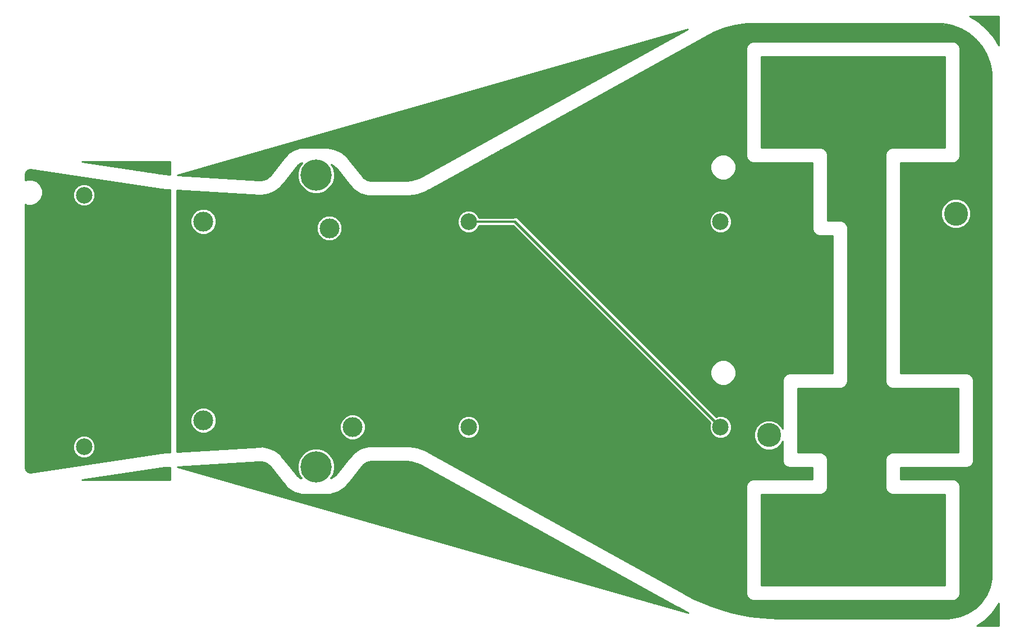
<source format=gtl>
G75*
G70*
%OFA0B0*%
%FSLAX24Y24*%
%IPPOS*%
%LPD*%
%AMOC8*
5,1,8,0,0,1.08239X$1,22.5*
%
%ADD10C,0.0984*%
%ADD11C,0.0120*%
%ADD12C,0.0160*%
%ADD13C,0.1424*%
%ADD14C,0.1857*%
%ADD15C,0.1181*%
%ADD16C,0.0100*%
D10*
X004093Y010782D03*
X026928Y011963D03*
X041889Y011963D03*
X041889Y024168D03*
X026928Y024168D03*
X004093Y025743D03*
D11*
X026928Y024168D02*
X029684Y024168D01*
D12*
X041889Y011963D01*
D13*
X044763Y011491D03*
X055865Y024641D03*
D14*
X017873Y026924D03*
X017873Y009601D03*
D15*
X020038Y011963D03*
X011180Y012357D03*
X018660Y023774D03*
X011180Y024168D03*
D16*
X012745Y008704D02*
X015888Y008704D01*
X015950Y008627D02*
X015950Y008627D01*
X015205Y009558D01*
X015205Y009558D01*
X015149Y009628D01*
X015090Y009693D01*
X014952Y009800D01*
X014792Y009871D01*
X014620Y009901D01*
X014533Y009901D01*
X014478Y009898D01*
X014443Y009896D01*
X014443Y009896D01*
X009628Y009595D01*
X039965Y000927D01*
X039909Y000951D01*
X039909Y000951D01*
X039359Y001255D01*
X039281Y001298D01*
X039281Y001298D01*
X024109Y009691D01*
X024101Y009696D01*
X023955Y009769D01*
X023646Y009877D01*
X023324Y009932D01*
X023160Y009939D01*
X023071Y009939D01*
X021227Y009939D01*
X021109Y009930D01*
X020883Y009860D01*
X020687Y009727D01*
X020606Y009640D01*
X020556Y009577D01*
X019835Y008676D01*
X019835Y008676D01*
X019781Y008609D01*
X019723Y008536D01*
X019723Y008536D01*
X019620Y008407D01*
X019620Y008407D01*
X019198Y008120D01*
X018711Y007970D01*
X018711Y007970D01*
X018545Y007970D01*
X018545Y007970D01*
X018377Y007970D01*
X018366Y007970D01*
X017137Y007970D01*
X016992Y007970D01*
X016992Y007970D01*
X016542Y008109D01*
X016542Y008109D01*
X016153Y008373D01*
X016153Y008373D01*
X016153Y008373D01*
X016006Y008557D01*
X015950Y008627D01*
X015967Y008605D02*
X013090Y008605D01*
X013435Y008507D02*
X016046Y008507D01*
X016125Y008408D02*
X013780Y008408D01*
X014125Y008310D02*
X016246Y008310D01*
X016391Y008211D02*
X014470Y008211D01*
X014815Y008113D02*
X016536Y008113D01*
X016849Y008014D02*
X015160Y008014D01*
X015505Y007916D02*
X027319Y007916D01*
X027141Y008014D02*
X018853Y008014D01*
X019173Y008113D02*
X026963Y008113D01*
X026785Y008211D02*
X019332Y008211D01*
X019477Y008310D02*
X026607Y008310D01*
X026428Y008408D02*
X019621Y008408D01*
X019699Y008507D02*
X026250Y008507D01*
X026072Y008605D02*
X019778Y008605D01*
X019857Y008704D02*
X025894Y008704D01*
X025716Y008803D02*
X019936Y008803D01*
X020015Y008901D02*
X025538Y008901D01*
X025360Y009000D02*
X020094Y009000D01*
X020172Y009098D02*
X025181Y009098D01*
X025003Y009197D02*
X020251Y009197D01*
X020330Y009295D02*
X024825Y009295D01*
X024647Y009394D02*
X020409Y009394D01*
X020488Y009492D02*
X024469Y009492D01*
X024291Y009591D02*
X020567Y009591D01*
X020652Y009689D02*
X024113Y009689D01*
X023900Y009788D02*
X020776Y009788D01*
X020968Y009886D02*
X023590Y009886D01*
X024327Y010599D02*
X024537Y010483D01*
X024558Y010471D01*
X039764Y002060D01*
X039795Y002043D01*
X040311Y001774D01*
X041382Y001316D01*
X042493Y000968D01*
X043633Y000735D01*
X044791Y000617D01*
X045373Y000602D01*
X055260Y000602D01*
X055271Y000602D01*
X055349Y000602D01*
X055606Y000615D01*
X056111Y000715D01*
X056586Y000912D01*
X057014Y001198D01*
X057378Y001562D01*
X057664Y001990D01*
X057861Y002465D01*
X057961Y002970D01*
X057974Y003227D01*
X057974Y032654D01*
X057974Y032701D01*
X057974Y032743D01*
X057962Y033020D01*
X057866Y033566D01*
X057676Y034087D01*
X057399Y034567D01*
X057043Y034992D01*
X056618Y035348D01*
X056138Y035625D01*
X055617Y035815D01*
X055071Y035911D01*
X054794Y035923D01*
X043852Y035923D01*
X043834Y035923D01*
X043762Y035923D01*
X043429Y035912D01*
X042767Y035828D01*
X042121Y035662D01*
X041502Y035415D01*
X041205Y035263D01*
X041143Y035228D01*
X024594Y026074D01*
X024559Y026054D01*
X024341Y025934D01*
X024341Y025934D01*
X023873Y025770D01*
X023873Y025770D01*
X023384Y025687D01*
X023384Y025687D01*
X023225Y025687D01*
X021074Y025687D01*
X020929Y025687D01*
X020929Y025687D01*
X020479Y025825D01*
X020479Y025825D01*
X020090Y026090D01*
X020090Y026090D01*
X019943Y026274D01*
X019887Y026343D01*
X018806Y026343D01*
X018752Y026250D02*
X018896Y026500D01*
X018971Y026779D01*
X018971Y027069D01*
X018896Y027348D01*
X018773Y027562D01*
X018887Y027507D01*
X019056Y027372D01*
X019129Y027291D01*
X019168Y027242D01*
X019887Y026343D01*
X019887Y026343D01*
X019966Y026245D02*
X018747Y026245D01*
X018752Y026250D02*
X018547Y026045D01*
X018297Y025901D01*
X018017Y025826D01*
X017728Y025826D01*
X017449Y025901D01*
X017198Y026045D01*
X016994Y026250D01*
X016849Y026500D01*
X016774Y026779D01*
X016774Y027069D01*
X016849Y027348D01*
X016994Y027598D01*
X017044Y027648D01*
X016928Y027613D01*
X016822Y027541D01*
X016779Y027494D01*
X015928Y026431D01*
X015928Y026431D01*
X015905Y026401D01*
X015816Y026291D01*
X015816Y026291D01*
X015745Y026201D01*
X015745Y026201D01*
X015745Y026201D01*
X015422Y025952D01*
X015421Y025952D01*
X015048Y025787D01*
X015048Y025787D01*
X014647Y025715D01*
X014647Y025715D01*
X014533Y025722D01*
X014532Y025722D01*
X009605Y026030D01*
X009605Y010495D01*
X014566Y010805D01*
X014672Y010812D01*
X014672Y010812D01*
X015059Y010743D01*
X015059Y010743D01*
X015418Y010584D01*
X015418Y010584D01*
X015729Y010344D01*
X015729Y010344D01*
X015729Y010344D01*
X015852Y010190D01*
X015908Y010121D01*
X015908Y010120D01*
X016662Y009178D01*
X016709Y009119D01*
X016776Y009047D01*
X016939Y008936D01*
X017005Y008915D01*
X016994Y008927D01*
X016849Y009177D01*
X016774Y009457D01*
X016774Y009746D01*
X016849Y010025D01*
X016994Y010276D01*
X017198Y010480D01*
X017449Y010625D01*
X017728Y010700D01*
X018017Y010700D01*
X018297Y010625D01*
X018547Y010480D01*
X018752Y010276D01*
X018896Y010025D01*
X018971Y009746D01*
X018971Y009457D01*
X018896Y009177D01*
X018756Y008935D01*
X018800Y008949D01*
X018995Y009082D01*
X018995Y009082D01*
X019076Y009168D01*
X019848Y010133D01*
X019848Y010133D01*
X019862Y010150D01*
X019959Y010272D01*
X019959Y010272D01*
X020063Y010402D01*
X020063Y010402D01*
X020484Y010689D01*
X020485Y010689D01*
X020972Y010839D01*
X021137Y010839D01*
X021137Y010839D01*
X023070Y010839D01*
X023160Y010839D01*
X023166Y010839D01*
X023250Y010839D01*
X023250Y010839D01*
X023400Y010839D01*
X023400Y010839D01*
X023874Y010758D01*
X023874Y010758D01*
X024327Y010599D01*
X024327Y010599D01*
X024369Y010576D02*
X045569Y010576D01*
X045569Y010478D02*
X024547Y010478D01*
X024725Y010379D02*
X045569Y010379D01*
X045569Y010281D02*
X024903Y010281D01*
X025081Y010182D02*
X045569Y010182D01*
X045569Y010084D02*
X045569Y009905D01*
X045638Y009740D01*
X045764Y009613D01*
X045930Y009545D01*
X047344Y009545D01*
X047344Y008870D01*
X043767Y008870D01*
X043602Y008802D01*
X043476Y008675D01*
X043407Y008510D01*
X043407Y008331D01*
X043407Y002210D01*
X043407Y002031D01*
X043476Y001866D01*
X043602Y001739D01*
X043767Y001671D01*
X055758Y001671D01*
X055923Y001739D01*
X056049Y001866D01*
X056118Y002031D01*
X056118Y002210D01*
X056118Y008510D01*
X056049Y008675D01*
X055923Y008802D01*
X055758Y008870D01*
X055579Y008870D01*
X052575Y008870D01*
X052575Y009545D01*
X056366Y009545D01*
X056545Y009545D01*
X056710Y009613D01*
X056837Y009740D01*
X056905Y009905D01*
X056905Y014630D01*
X056905Y014809D01*
X056837Y014974D01*
X056710Y015101D01*
X056545Y015169D01*
X052575Y015169D01*
X052575Y027655D01*
X055758Y027655D01*
X055923Y027724D01*
X056049Y027850D01*
X056118Y028016D01*
X056118Y028195D01*
X056118Y034315D01*
X056118Y034494D01*
X056049Y034659D01*
X055923Y034786D01*
X055758Y034854D01*
X043767Y034854D01*
X043602Y034786D01*
X043476Y034659D01*
X043407Y034494D01*
X043407Y034315D01*
X043407Y028016D01*
X043476Y027850D01*
X043602Y027724D01*
X043767Y027655D01*
X043946Y027655D01*
X047344Y027655D01*
X047344Y023685D01*
X047413Y023520D01*
X047539Y023393D01*
X047704Y023324D01*
X047884Y023324D01*
X048525Y023324D01*
X048525Y015169D01*
X046109Y015169D01*
X045930Y015169D01*
X045764Y015101D01*
X045638Y014974D01*
X045569Y014809D01*
X045569Y011848D01*
X045510Y011991D01*
X045262Y012239D01*
X044938Y012373D01*
X044587Y012373D01*
X044263Y012239D01*
X044015Y011991D01*
X043881Y011666D01*
X043881Y011316D01*
X044015Y010991D01*
X044263Y010743D01*
X044587Y010609D01*
X044938Y010609D01*
X045262Y010743D01*
X045510Y010991D01*
X045569Y011134D01*
X045569Y010084D01*
X025259Y010084D01*
X025437Y009985D02*
X045569Y009985D01*
X045577Y009886D02*
X025616Y009886D01*
X025794Y009788D02*
X045618Y009788D01*
X045688Y009689D02*
X025972Y009689D01*
X026150Y009591D02*
X045819Y009591D01*
X046469Y010445D02*
X046469Y014269D01*
X049065Y014269D01*
X049230Y014338D01*
X049357Y014464D01*
X049425Y014630D01*
X049425Y014809D01*
X049425Y023685D01*
X049425Y023864D01*
X049357Y024029D01*
X049230Y024156D01*
X049065Y024224D01*
X048244Y024224D01*
X048244Y028195D01*
X048175Y028360D01*
X048049Y028487D01*
X047884Y028555D01*
X047704Y028555D01*
X044307Y028555D01*
X044307Y033954D01*
X055218Y033954D01*
X055218Y028555D01*
X052214Y028555D01*
X052035Y028555D01*
X051870Y028487D01*
X051743Y028360D01*
X051675Y028195D01*
X051675Y014630D01*
X051743Y014464D01*
X051870Y014338D01*
X052035Y014269D01*
X052214Y014269D01*
X056005Y014269D01*
X056005Y010445D01*
X052214Y010445D01*
X052035Y010445D01*
X051870Y010376D01*
X051743Y010250D01*
X051675Y010084D01*
X048244Y010084D01*
X048175Y010250D01*
X048049Y010376D01*
X047884Y010445D01*
X047704Y010445D01*
X046469Y010445D01*
X046469Y010478D02*
X056005Y010478D01*
X056005Y010576D02*
X046469Y010576D01*
X046469Y010675D02*
X056005Y010675D01*
X056005Y010773D02*
X046469Y010773D01*
X046469Y010872D02*
X056005Y010872D01*
X056005Y010970D02*
X046469Y010970D01*
X046469Y011069D02*
X056005Y011069D01*
X056005Y011168D02*
X046469Y011168D01*
X046469Y011266D02*
X056005Y011266D01*
X056005Y011365D02*
X046469Y011365D01*
X046469Y011463D02*
X056005Y011463D01*
X056005Y011562D02*
X046469Y011562D01*
X046469Y011660D02*
X056005Y011660D01*
X056005Y011759D02*
X046469Y011759D01*
X046469Y011857D02*
X056005Y011857D01*
X056005Y011956D02*
X046469Y011956D01*
X046469Y012054D02*
X056005Y012054D01*
X056005Y012153D02*
X046469Y012153D01*
X046469Y012252D02*
X056005Y012252D01*
X056005Y012350D02*
X046469Y012350D01*
X046469Y012449D02*
X056005Y012449D01*
X056005Y012547D02*
X046469Y012547D01*
X046469Y012646D02*
X056005Y012646D01*
X056005Y012744D02*
X046469Y012744D01*
X046469Y012843D02*
X056005Y012843D01*
X056005Y012941D02*
X046469Y012941D01*
X046469Y013040D02*
X056005Y013040D01*
X056005Y013138D02*
X046469Y013138D01*
X046469Y013237D02*
X056005Y013237D01*
X056005Y013336D02*
X046469Y013336D01*
X046469Y013434D02*
X056005Y013434D01*
X056005Y013533D02*
X046469Y013533D01*
X046469Y013631D02*
X056005Y013631D01*
X056005Y013730D02*
X046469Y013730D01*
X046469Y013828D02*
X056005Y013828D01*
X056005Y013927D02*
X046469Y013927D01*
X046469Y014025D02*
X056005Y014025D01*
X056005Y014124D02*
X046469Y014124D01*
X046469Y014222D02*
X056005Y014222D01*
X056905Y014222D02*
X057974Y014222D01*
X057974Y014124D02*
X056905Y014124D01*
X056905Y014025D02*
X057974Y014025D01*
X057974Y013927D02*
X056905Y013927D01*
X056905Y013828D02*
X057974Y013828D01*
X057974Y013730D02*
X056905Y013730D01*
X056905Y013631D02*
X057974Y013631D01*
X057974Y013533D02*
X056905Y013533D01*
X056905Y013434D02*
X057974Y013434D01*
X057974Y013336D02*
X056905Y013336D01*
X056905Y013237D02*
X057974Y013237D01*
X057974Y013138D02*
X056905Y013138D01*
X056905Y013040D02*
X057974Y013040D01*
X057974Y012941D02*
X056905Y012941D01*
X056905Y012843D02*
X057974Y012843D01*
X057974Y012744D02*
X056905Y012744D01*
X056905Y012646D02*
X057974Y012646D01*
X057974Y012547D02*
X056905Y012547D01*
X056905Y012449D02*
X057974Y012449D01*
X057974Y012350D02*
X056905Y012350D01*
X056905Y012252D02*
X057974Y012252D01*
X057974Y012153D02*
X056905Y012153D01*
X056905Y012054D02*
X057974Y012054D01*
X057974Y011956D02*
X056905Y011956D01*
X056905Y011857D02*
X057974Y011857D01*
X057974Y011759D02*
X056905Y011759D01*
X056905Y011660D02*
X057974Y011660D01*
X057974Y011562D02*
X056905Y011562D01*
X056905Y011463D02*
X057974Y011463D01*
X057974Y011365D02*
X056905Y011365D01*
X056905Y011266D02*
X057974Y011266D01*
X057974Y011168D02*
X056905Y011168D01*
X056905Y011069D02*
X057974Y011069D01*
X057974Y010970D02*
X056905Y010970D01*
X056905Y010872D02*
X057974Y010872D01*
X057974Y010773D02*
X056905Y010773D01*
X056905Y010675D02*
X057974Y010675D01*
X057974Y010576D02*
X056905Y010576D01*
X056905Y010478D02*
X057974Y010478D01*
X057974Y010379D02*
X056905Y010379D01*
X056905Y010281D02*
X057974Y010281D01*
X057974Y010182D02*
X056905Y010182D01*
X056905Y010084D02*
X057974Y010084D01*
X057974Y009985D02*
X056905Y009985D01*
X056898Y009886D02*
X057974Y009886D01*
X057974Y009788D02*
X056857Y009788D01*
X056786Y009689D02*
X057974Y009689D01*
X057974Y009591D02*
X056656Y009591D01*
X055921Y008803D02*
X057974Y008803D01*
X057974Y008901D02*
X052575Y008901D01*
X052575Y009000D02*
X057974Y009000D01*
X057974Y009098D02*
X052575Y009098D01*
X052575Y009197D02*
X057974Y009197D01*
X057974Y009295D02*
X052575Y009295D01*
X052575Y009394D02*
X057974Y009394D01*
X057974Y009492D02*
X052575Y009492D01*
X051675Y009492D02*
X048244Y009492D01*
X048244Y009394D02*
X051675Y009394D01*
X051675Y009295D02*
X048244Y009295D01*
X048244Y009197D02*
X051675Y009197D01*
X051675Y009098D02*
X048244Y009098D01*
X048244Y009000D02*
X051675Y009000D01*
X051675Y008901D02*
X048244Y008901D01*
X048244Y008803D02*
X051675Y008803D01*
X051675Y008704D02*
X048244Y008704D01*
X048244Y008605D02*
X051675Y008605D01*
X051675Y008507D02*
X048244Y008507D01*
X048244Y008408D02*
X051675Y008408D01*
X051675Y008331D02*
X051743Y008165D01*
X051870Y008039D01*
X052035Y007970D01*
X052214Y007970D01*
X055218Y007970D01*
X055218Y002571D01*
X044307Y002571D01*
X044307Y007970D01*
X047704Y007970D01*
X047884Y007970D01*
X048049Y008039D01*
X048175Y008165D01*
X048244Y008331D01*
X048244Y010084D01*
X048244Y009985D02*
X051675Y009985D01*
X051675Y009886D02*
X048244Y009886D01*
X048244Y009788D02*
X051675Y009788D01*
X051675Y009689D02*
X048244Y009689D01*
X048244Y009591D02*
X051675Y009591D01*
X051675Y010084D02*
X051675Y008331D01*
X051683Y008310D02*
X048235Y008310D01*
X048195Y008211D02*
X051724Y008211D01*
X051796Y008113D02*
X048123Y008113D01*
X047990Y008014D02*
X051929Y008014D01*
X051715Y010182D02*
X048204Y010182D01*
X048145Y010281D02*
X051774Y010281D01*
X051877Y010379D02*
X048042Y010379D01*
X047344Y009492D02*
X026328Y009492D01*
X026506Y009394D02*
X047344Y009394D01*
X047344Y009295D02*
X026684Y009295D01*
X026862Y009197D02*
X047344Y009197D01*
X047344Y009098D02*
X027041Y009098D01*
X027219Y009000D02*
X047344Y009000D01*
X047344Y008901D02*
X027397Y008901D01*
X027575Y008803D02*
X043604Y008803D01*
X043504Y008704D02*
X027753Y008704D01*
X027931Y008605D02*
X043447Y008605D01*
X043407Y008507D02*
X028109Y008507D01*
X028288Y008408D02*
X043407Y008408D01*
X043407Y008310D02*
X028466Y008310D01*
X028644Y008211D02*
X043407Y008211D01*
X043407Y008113D02*
X028822Y008113D01*
X029000Y008014D02*
X043407Y008014D01*
X043407Y007916D02*
X029178Y007916D01*
X029356Y007817D02*
X043407Y007817D01*
X043407Y007719D02*
X029535Y007719D01*
X029713Y007620D02*
X043407Y007620D01*
X043407Y007521D02*
X029891Y007521D01*
X030069Y007423D02*
X043407Y007423D01*
X043407Y007324D02*
X030247Y007324D01*
X030425Y007226D02*
X043407Y007226D01*
X043407Y007127D02*
X030603Y007127D01*
X030781Y007029D02*
X043407Y007029D01*
X043407Y006930D02*
X030960Y006930D01*
X031138Y006832D02*
X043407Y006832D01*
X043407Y006733D02*
X031316Y006733D01*
X031494Y006635D02*
X043407Y006635D01*
X043407Y006536D02*
X031672Y006536D01*
X031850Y006437D02*
X043407Y006437D01*
X043407Y006339D02*
X032028Y006339D01*
X032207Y006240D02*
X043407Y006240D01*
X043407Y006142D02*
X032385Y006142D01*
X032563Y006043D02*
X043407Y006043D01*
X043407Y005945D02*
X032741Y005945D01*
X032919Y005846D02*
X043407Y005846D01*
X043407Y005748D02*
X033097Y005748D01*
X033275Y005649D02*
X043407Y005649D01*
X043407Y005551D02*
X033454Y005551D01*
X033632Y005452D02*
X043407Y005452D01*
X043407Y005354D02*
X033810Y005354D01*
X033988Y005255D02*
X043407Y005255D01*
X043407Y005156D02*
X034166Y005156D01*
X034344Y005058D02*
X043407Y005058D01*
X043407Y004959D02*
X034522Y004959D01*
X034700Y004861D02*
X043407Y004861D01*
X043407Y004762D02*
X034879Y004762D01*
X035057Y004664D02*
X043407Y004664D01*
X043407Y004565D02*
X035235Y004565D01*
X035413Y004467D02*
X043407Y004467D01*
X043407Y004368D02*
X035591Y004368D01*
X035769Y004270D02*
X043407Y004270D01*
X043407Y004171D02*
X035947Y004171D01*
X036126Y004072D02*
X043407Y004072D01*
X043407Y003974D02*
X036304Y003974D01*
X036482Y003875D02*
X043407Y003875D01*
X043407Y003777D02*
X036660Y003777D01*
X036838Y003678D02*
X043407Y003678D01*
X043407Y003580D02*
X037016Y003580D01*
X037194Y003481D02*
X043407Y003481D01*
X043407Y003383D02*
X037373Y003383D01*
X037551Y003284D02*
X043407Y003284D01*
X043407Y003186D02*
X037729Y003186D01*
X037907Y003087D02*
X043407Y003087D01*
X043407Y002988D02*
X038085Y002988D01*
X038263Y002890D02*
X043407Y002890D01*
X043407Y002791D02*
X038441Y002791D01*
X038619Y002693D02*
X043407Y002693D01*
X043407Y002594D02*
X038798Y002594D01*
X038976Y002496D02*
X043407Y002496D01*
X043407Y002397D02*
X039154Y002397D01*
X039332Y002299D02*
X043407Y002299D01*
X043407Y002200D02*
X039510Y002200D01*
X039688Y002102D02*
X043407Y002102D01*
X043419Y002003D02*
X039871Y002003D01*
X040060Y001904D02*
X043460Y001904D01*
X043536Y001806D02*
X040249Y001806D01*
X040466Y001707D02*
X043679Y001707D01*
X043214Y000821D02*
X056365Y000821D01*
X056596Y000919D02*
X042733Y000919D01*
X042335Y001018D02*
X056744Y001018D01*
X056891Y001116D02*
X042020Y001116D01*
X041705Y001215D02*
X057031Y001215D01*
X057129Y001313D02*
X041390Y001313D01*
X041157Y001412D02*
X057228Y001412D01*
X057326Y001510D02*
X040927Y001510D01*
X040697Y001609D02*
X057409Y001609D01*
X057475Y001707D02*
X055846Y001707D01*
X055989Y001806D02*
X057541Y001806D01*
X057607Y001904D02*
X056065Y001904D01*
X056106Y002003D02*
X057669Y002003D01*
X057710Y002102D02*
X056118Y002102D01*
X056118Y002200D02*
X057751Y002200D01*
X057792Y002299D02*
X056118Y002299D01*
X056118Y002397D02*
X057833Y002397D01*
X057867Y002496D02*
X056118Y002496D01*
X056118Y002594D02*
X057887Y002594D01*
X057906Y002693D02*
X056118Y002693D01*
X056118Y002791D02*
X057926Y002791D01*
X057945Y002890D02*
X056118Y002890D01*
X056118Y002988D02*
X057962Y002988D01*
X057967Y003087D02*
X056118Y003087D01*
X056118Y003186D02*
X057972Y003186D01*
X057974Y003284D02*
X056118Y003284D01*
X056118Y003383D02*
X057974Y003383D01*
X057974Y003481D02*
X056118Y003481D01*
X056118Y003580D02*
X057974Y003580D01*
X057974Y003678D02*
X056118Y003678D01*
X056118Y003777D02*
X057974Y003777D01*
X057974Y003875D02*
X056118Y003875D01*
X056118Y003974D02*
X057974Y003974D01*
X057974Y004072D02*
X056118Y004072D01*
X056118Y004171D02*
X057974Y004171D01*
X057974Y004270D02*
X056118Y004270D01*
X056118Y004368D02*
X057974Y004368D01*
X057974Y004467D02*
X056118Y004467D01*
X056118Y004565D02*
X057974Y004565D01*
X057974Y004664D02*
X056118Y004664D01*
X056118Y004762D02*
X057974Y004762D01*
X057974Y004861D02*
X056118Y004861D01*
X056118Y004959D02*
X057974Y004959D01*
X057974Y005058D02*
X056118Y005058D01*
X056118Y005156D02*
X057974Y005156D01*
X057974Y005255D02*
X056118Y005255D01*
X056118Y005354D02*
X057974Y005354D01*
X057974Y005452D02*
X056118Y005452D01*
X056118Y005551D02*
X057974Y005551D01*
X057974Y005649D02*
X056118Y005649D01*
X056118Y005748D02*
X057974Y005748D01*
X057974Y005846D02*
X056118Y005846D01*
X056118Y005945D02*
X057974Y005945D01*
X057974Y006043D02*
X056118Y006043D01*
X056118Y006142D02*
X057974Y006142D01*
X057974Y006240D02*
X056118Y006240D01*
X056118Y006339D02*
X057974Y006339D01*
X057974Y006437D02*
X056118Y006437D01*
X056118Y006536D02*
X057974Y006536D01*
X057974Y006635D02*
X056118Y006635D01*
X056118Y006733D02*
X057974Y006733D01*
X057974Y006832D02*
X056118Y006832D01*
X056118Y006930D02*
X057974Y006930D01*
X057974Y007029D02*
X056118Y007029D01*
X056118Y007127D02*
X057974Y007127D01*
X057974Y007226D02*
X056118Y007226D01*
X056118Y007324D02*
X057974Y007324D01*
X057974Y007423D02*
X056118Y007423D01*
X056118Y007521D02*
X057974Y007521D01*
X057974Y007620D02*
X056118Y007620D01*
X056118Y007719D02*
X057974Y007719D01*
X057974Y007817D02*
X056118Y007817D01*
X056118Y007916D02*
X057974Y007916D01*
X057974Y008014D02*
X056118Y008014D01*
X056118Y008113D02*
X057974Y008113D01*
X057974Y008211D02*
X056118Y008211D01*
X056118Y008310D02*
X057974Y008310D01*
X057974Y008408D02*
X056118Y008408D01*
X056118Y008507D02*
X057974Y008507D01*
X057974Y008605D02*
X056078Y008605D01*
X056021Y008704D02*
X057974Y008704D01*
X055218Y007916D02*
X044307Y007916D01*
X044307Y007817D02*
X055218Y007817D01*
X055218Y007719D02*
X044307Y007719D01*
X044307Y007620D02*
X055218Y007620D01*
X055218Y007521D02*
X044307Y007521D01*
X044307Y007423D02*
X055218Y007423D01*
X055218Y007324D02*
X044307Y007324D01*
X044307Y007226D02*
X055218Y007226D01*
X055218Y007127D02*
X044307Y007127D01*
X044307Y007029D02*
X055218Y007029D01*
X055218Y006930D02*
X044307Y006930D01*
X044307Y006832D02*
X055218Y006832D01*
X055218Y006733D02*
X044307Y006733D01*
X044307Y006635D02*
X055218Y006635D01*
X055218Y006536D02*
X044307Y006536D01*
X044307Y006437D02*
X055218Y006437D01*
X055218Y006339D02*
X044307Y006339D01*
X044307Y006240D02*
X055218Y006240D01*
X055218Y006142D02*
X044307Y006142D01*
X044307Y006043D02*
X055218Y006043D01*
X055218Y005945D02*
X044307Y005945D01*
X044307Y005846D02*
X055218Y005846D01*
X055218Y005748D02*
X044307Y005748D01*
X044307Y005649D02*
X055218Y005649D01*
X055218Y005551D02*
X044307Y005551D01*
X044307Y005452D02*
X055218Y005452D01*
X055218Y005354D02*
X044307Y005354D01*
X044307Y005255D02*
X055218Y005255D01*
X055218Y005156D02*
X044307Y005156D01*
X044307Y005058D02*
X055218Y005058D01*
X055218Y004959D02*
X044307Y004959D01*
X044307Y004861D02*
X055218Y004861D01*
X055218Y004762D02*
X044307Y004762D01*
X044307Y004664D02*
X055218Y004664D01*
X055218Y004565D02*
X044307Y004565D01*
X044307Y004467D02*
X055218Y004467D01*
X055218Y004368D02*
X044307Y004368D01*
X044307Y004270D02*
X055218Y004270D01*
X055218Y004171D02*
X044307Y004171D01*
X044307Y004072D02*
X055218Y004072D01*
X055218Y003974D02*
X044307Y003974D01*
X044307Y003875D02*
X055218Y003875D01*
X055218Y003777D02*
X044307Y003777D01*
X044307Y003678D02*
X055218Y003678D01*
X055218Y003580D02*
X044307Y003580D01*
X044307Y003481D02*
X055218Y003481D01*
X055218Y003383D02*
X044307Y003383D01*
X044307Y003284D02*
X055218Y003284D01*
X055218Y003186D02*
X044307Y003186D01*
X044307Y003087D02*
X055218Y003087D01*
X055218Y002988D02*
X044307Y002988D01*
X044307Y002890D02*
X055218Y002890D01*
X055218Y002791D02*
X044307Y002791D01*
X044307Y002693D02*
X055218Y002693D01*
X055218Y002594D02*
X044307Y002594D01*
X043757Y000722D02*
X056127Y000722D01*
X055648Y000623D02*
X044729Y000623D01*
X039789Y001018D02*
X039648Y001018D01*
X039610Y001116D02*
X039303Y001116D01*
X039432Y001215D02*
X038958Y001215D01*
X039076Y001412D02*
X038268Y001412D01*
X037923Y001510D02*
X038898Y001510D01*
X038720Y001609D02*
X037578Y001609D01*
X037234Y001707D02*
X038542Y001707D01*
X038364Y001806D02*
X036889Y001806D01*
X036544Y001904D02*
X038185Y001904D01*
X038007Y002003D02*
X036199Y002003D01*
X035854Y002102D02*
X037829Y002102D01*
X037651Y002200D02*
X035509Y002200D01*
X035164Y002299D02*
X037473Y002299D01*
X037295Y002397D02*
X034819Y002397D01*
X034474Y002496D02*
X037117Y002496D01*
X036938Y002594D02*
X034129Y002594D01*
X033784Y002693D02*
X036760Y002693D01*
X036582Y002791D02*
X033440Y002791D01*
X033095Y002890D02*
X036404Y002890D01*
X036226Y002988D02*
X032750Y002988D01*
X032405Y003087D02*
X036048Y003087D01*
X035870Y003186D02*
X032060Y003186D01*
X031715Y003284D02*
X035692Y003284D01*
X035513Y003383D02*
X031370Y003383D01*
X031025Y003481D02*
X035335Y003481D01*
X035157Y003580D02*
X030680Y003580D01*
X030335Y003678D02*
X034979Y003678D01*
X034801Y003777D02*
X029991Y003777D01*
X029646Y003875D02*
X034623Y003875D01*
X034445Y003974D02*
X029301Y003974D01*
X028956Y004072D02*
X034266Y004072D01*
X034088Y004171D02*
X028611Y004171D01*
X028266Y004270D02*
X033910Y004270D01*
X033732Y004368D02*
X027921Y004368D01*
X027576Y004467D02*
X033554Y004467D01*
X033376Y004565D02*
X027231Y004565D01*
X026886Y004664D02*
X033198Y004664D01*
X033019Y004762D02*
X026542Y004762D01*
X026197Y004861D02*
X032841Y004861D01*
X032663Y004959D02*
X025852Y004959D01*
X025507Y005058D02*
X032485Y005058D01*
X032307Y005156D02*
X025162Y005156D01*
X024817Y005255D02*
X032129Y005255D01*
X031951Y005354D02*
X024472Y005354D01*
X024127Y005452D02*
X031773Y005452D01*
X031594Y005551D02*
X023782Y005551D01*
X023437Y005649D02*
X031416Y005649D01*
X031238Y005748D02*
X023093Y005748D01*
X022748Y005846D02*
X031060Y005846D01*
X030882Y005945D02*
X022403Y005945D01*
X022058Y006043D02*
X030704Y006043D01*
X030526Y006142D02*
X021713Y006142D01*
X021368Y006240D02*
X030347Y006240D01*
X030169Y006339D02*
X021023Y006339D01*
X020678Y006437D02*
X029991Y006437D01*
X029813Y006536D02*
X020333Y006536D01*
X019988Y006635D02*
X029635Y006635D01*
X029457Y006733D02*
X019644Y006733D01*
X019299Y006832D02*
X029279Y006832D01*
X029100Y006930D02*
X018954Y006930D01*
X018609Y007029D02*
X028922Y007029D01*
X028744Y007127D02*
X018264Y007127D01*
X017919Y007226D02*
X028566Y007226D01*
X028388Y007324D02*
X017574Y007324D01*
X017229Y007423D02*
X028210Y007423D01*
X028032Y007521D02*
X016884Y007521D01*
X016539Y007620D02*
X027854Y007620D01*
X027675Y007719D02*
X016194Y007719D01*
X015850Y007817D02*
X027497Y007817D01*
X024111Y010675D02*
X044429Y010675D01*
X044233Y010773D02*
X023784Y010773D01*
X026266Y011832D02*
X026266Y012095D01*
X026367Y012339D01*
X026553Y012525D01*
X026796Y012626D01*
X027060Y012626D01*
X027303Y012525D01*
X027489Y012339D01*
X027590Y012095D01*
X027590Y011832D01*
X027489Y011588D01*
X027303Y011402D01*
X027060Y011301D01*
X026796Y011301D01*
X026553Y011402D01*
X026367Y011588D01*
X026266Y011832D01*
X026266Y011857D02*
X020799Y011857D01*
X020799Y011812D02*
X020683Y011533D01*
X020469Y011319D01*
X020189Y011203D01*
X019887Y011203D01*
X019607Y011319D01*
X019393Y011533D01*
X019278Y011812D01*
X019278Y012115D01*
X019393Y012394D01*
X019607Y012608D01*
X019887Y012724D01*
X020189Y012724D01*
X020469Y012608D01*
X020683Y012394D01*
X020799Y012115D01*
X020799Y011812D01*
X020776Y011759D02*
X026296Y011759D01*
X026337Y011660D02*
X020736Y011660D01*
X020695Y011562D02*
X026393Y011562D01*
X026492Y011463D02*
X020613Y011463D01*
X020515Y011365D02*
X026643Y011365D01*
X027212Y011365D02*
X041604Y011365D01*
X041513Y011402D02*
X041757Y011301D01*
X042020Y011301D01*
X042264Y011402D01*
X042450Y011588D01*
X042551Y011832D01*
X042551Y012095D01*
X042450Y012339D01*
X042264Y012525D01*
X042020Y012626D01*
X041757Y012626D01*
X041632Y012574D01*
X029825Y024380D01*
X029734Y024418D01*
X029634Y024418D01*
X029586Y024398D01*
X027549Y024398D01*
X027489Y024543D01*
X027303Y024729D01*
X027060Y024830D01*
X026796Y024830D01*
X026553Y024729D01*
X026367Y024543D01*
X026266Y024300D01*
X026266Y024036D01*
X026367Y023793D01*
X026553Y023607D01*
X026796Y023506D01*
X027060Y023506D01*
X027303Y023607D01*
X027489Y023793D01*
X027549Y023938D01*
X029560Y023938D01*
X041278Y012220D01*
X041226Y012095D01*
X041226Y011832D01*
X041327Y011588D01*
X041513Y011402D01*
X041452Y011463D02*
X027364Y011463D01*
X027463Y011562D02*
X041354Y011562D01*
X041297Y011660D02*
X027519Y011660D01*
X027560Y011759D02*
X041257Y011759D01*
X041226Y011857D02*
X027590Y011857D01*
X027590Y011956D02*
X041226Y011956D01*
X041226Y012054D02*
X027590Y012054D01*
X027566Y012153D02*
X041250Y012153D01*
X041247Y012252D02*
X027525Y012252D01*
X027478Y012350D02*
X041148Y012350D01*
X041050Y012449D02*
X027379Y012449D01*
X027249Y012547D02*
X040951Y012547D01*
X040853Y012646D02*
X020378Y012646D01*
X020530Y012547D02*
X026607Y012547D01*
X026477Y012449D02*
X020628Y012449D01*
X020701Y012350D02*
X026378Y012350D01*
X026331Y012252D02*
X020742Y012252D01*
X020783Y012153D02*
X026290Y012153D01*
X026266Y012054D02*
X020799Y012054D01*
X020799Y011956D02*
X026266Y011956D01*
X020972Y010839D02*
X020972Y010839D01*
X020760Y010773D02*
X014886Y010773D01*
X015212Y010675D02*
X017636Y010675D01*
X017365Y010576D02*
X015427Y010576D01*
X015555Y010478D02*
X017196Y010478D01*
X017097Y010379D02*
X015683Y010379D01*
X015779Y010281D02*
X016999Y010281D01*
X016940Y010182D02*
X015858Y010182D01*
X015937Y010084D02*
X016883Y010084D01*
X016839Y009985D02*
X016016Y009985D01*
X016095Y009886D02*
X016812Y009886D01*
X016786Y009788D02*
X016174Y009788D01*
X016252Y009689D02*
X016774Y009689D01*
X016774Y009591D02*
X016331Y009591D01*
X016410Y009492D02*
X016774Y009492D01*
X016791Y009394D02*
X016489Y009394D01*
X016568Y009295D02*
X016818Y009295D01*
X016844Y009197D02*
X016647Y009197D01*
X016728Y009098D02*
X016895Y009098D01*
X016845Y009000D02*
X016952Y009000D01*
X015809Y008803D02*
X012401Y008803D01*
X012056Y008901D02*
X015731Y008901D01*
X015652Y009000D02*
X011711Y009000D01*
X011366Y009098D02*
X015573Y009098D01*
X015494Y009197D02*
X011021Y009197D01*
X010676Y009295D02*
X015415Y009295D01*
X015336Y009394D02*
X010331Y009394D01*
X009986Y009492D02*
X015258Y009492D01*
X015179Y009591D02*
X009641Y009591D01*
X009211Y009569D02*
X009211Y008814D01*
X003977Y008814D01*
X008865Y009547D01*
X009211Y009569D01*
X009211Y009492D02*
X008500Y009492D01*
X007843Y009394D02*
X009211Y009394D01*
X009211Y009295D02*
X007186Y009295D01*
X006529Y009197D02*
X009211Y009197D01*
X009211Y009098D02*
X005872Y009098D01*
X005215Y009000D02*
X009211Y009000D01*
X009211Y008901D02*
X004558Y008901D01*
X004404Y009788D02*
X000606Y009788D01*
X000606Y009886D02*
X005061Y009886D01*
X004626Y010379D02*
X008346Y010379D01*
X008682Y010430D02*
X000906Y009263D01*
X000867Y009264D01*
X000772Y009291D01*
X000691Y009349D01*
X000634Y009430D01*
X000607Y009525D01*
X000606Y009542D01*
X000606Y009588D01*
X000611Y009664D01*
X000606Y009677D01*
X000606Y025185D01*
X000714Y025140D01*
X001016Y025140D01*
X001295Y025256D01*
X001509Y025470D01*
X001625Y025749D01*
X001625Y026052D01*
X001509Y026331D01*
X001295Y026545D01*
X001016Y026660D01*
X000714Y026660D01*
X000606Y026616D01*
X000606Y026849D01*
X000611Y026862D01*
X000606Y026937D01*
X000606Y026984D01*
X000607Y027001D01*
X000634Y027096D01*
X000691Y027177D01*
X000772Y027234D01*
X000867Y027261D01*
X000906Y027262D01*
X008682Y026096D01*
X008700Y026087D01*
X008770Y026082D01*
X008839Y026072D01*
X008859Y026077D01*
X009211Y026055D01*
X009211Y010470D01*
X008859Y010448D01*
X008839Y010453D01*
X008770Y010443D01*
X008700Y010438D01*
X008682Y010430D01*
X009211Y010478D02*
X004684Y010478D01*
X004655Y010407D02*
X004755Y010651D01*
X004755Y010914D01*
X004655Y011157D01*
X004468Y011344D01*
X004225Y011444D01*
X003961Y011444D01*
X003718Y011344D01*
X003532Y011157D01*
X003431Y010914D01*
X003431Y010651D01*
X003532Y010407D01*
X003718Y010221D01*
X003961Y010120D01*
X004225Y010120D01*
X004468Y010221D01*
X004655Y010407D01*
X004528Y010281D02*
X007689Y010281D01*
X007032Y010182D02*
X004374Y010182D01*
X004725Y010576D02*
X009211Y010576D01*
X009211Y010675D02*
X004755Y010675D01*
X004755Y010773D02*
X009211Y010773D01*
X009211Y010872D02*
X004755Y010872D01*
X004732Y010970D02*
X009211Y010970D01*
X009211Y011069D02*
X004691Y011069D01*
X004644Y011168D02*
X009211Y011168D01*
X009211Y011266D02*
X004546Y011266D01*
X004418Y011365D02*
X009211Y011365D01*
X009211Y011463D02*
X000606Y011463D01*
X000606Y011365D02*
X003769Y011365D01*
X003641Y011266D02*
X000606Y011266D01*
X000606Y011168D02*
X003542Y011168D01*
X003495Y011069D02*
X000606Y011069D01*
X000606Y010970D02*
X003454Y010970D01*
X003431Y010872D02*
X000606Y010872D01*
X000606Y010773D02*
X003431Y010773D01*
X003431Y010675D02*
X000606Y010675D01*
X000606Y010576D02*
X003462Y010576D01*
X003503Y010478D02*
X000606Y010478D01*
X000606Y010379D02*
X003560Y010379D01*
X003659Y010281D02*
X000606Y010281D01*
X000606Y010182D02*
X003812Y010182D01*
X003747Y009689D02*
X000606Y009689D01*
X000606Y009591D02*
X003091Y009591D01*
X002434Y009492D02*
X000616Y009492D01*
X000659Y009394D02*
X001777Y009394D01*
X001120Y009295D02*
X000767Y009295D01*
X000606Y009985D02*
X005718Y009985D01*
X006375Y010084D02*
X000606Y010084D01*
X000606Y011562D02*
X009211Y011562D01*
X009211Y011660D02*
X000606Y011660D01*
X000606Y011759D02*
X009211Y011759D01*
X009211Y011857D02*
X000606Y011857D01*
X000606Y011956D02*
X009211Y011956D01*
X009211Y012054D02*
X000606Y012054D01*
X000606Y012153D02*
X009211Y012153D01*
X009211Y012252D02*
X000606Y012252D01*
X000606Y012350D02*
X009211Y012350D01*
X009211Y012449D02*
X000606Y012449D01*
X000606Y012547D02*
X009211Y012547D01*
X009211Y012646D02*
X000606Y012646D01*
X000606Y012744D02*
X009211Y012744D01*
X009211Y012843D02*
X000606Y012843D01*
X000606Y012941D02*
X009211Y012941D01*
X009211Y013040D02*
X000606Y013040D01*
X000606Y013138D02*
X009211Y013138D01*
X009211Y013237D02*
X000606Y013237D01*
X000606Y013336D02*
X009211Y013336D01*
X009211Y013434D02*
X000606Y013434D01*
X000606Y013533D02*
X009211Y013533D01*
X009211Y013631D02*
X000606Y013631D01*
X000606Y013730D02*
X009211Y013730D01*
X009211Y013828D02*
X000606Y013828D01*
X000606Y013927D02*
X009211Y013927D01*
X009211Y014025D02*
X000606Y014025D01*
X000606Y014124D02*
X009211Y014124D01*
X009211Y014222D02*
X000606Y014222D01*
X000606Y014321D02*
X009211Y014321D01*
X009211Y014419D02*
X000606Y014419D01*
X000606Y014518D02*
X009211Y014518D01*
X009211Y014617D02*
X000606Y014617D01*
X000606Y014715D02*
X009211Y014715D01*
X009211Y014814D02*
X000606Y014814D01*
X000606Y014912D02*
X009211Y014912D01*
X009211Y015011D02*
X000606Y015011D01*
X000606Y015109D02*
X009211Y015109D01*
X009211Y015208D02*
X000606Y015208D01*
X000606Y015306D02*
X009211Y015306D01*
X009211Y015405D02*
X000606Y015405D01*
X000606Y015503D02*
X009211Y015503D01*
X009211Y015602D02*
X000606Y015602D01*
X000606Y015701D02*
X009211Y015701D01*
X009211Y015799D02*
X000606Y015799D01*
X000606Y015898D02*
X009211Y015898D01*
X009211Y015996D02*
X000606Y015996D01*
X000606Y016095D02*
X009211Y016095D01*
X009211Y016193D02*
X000606Y016193D01*
X000606Y016292D02*
X009211Y016292D01*
X009211Y016390D02*
X000606Y016390D01*
X000606Y016489D02*
X009211Y016489D01*
X009211Y016587D02*
X000606Y016587D01*
X000606Y016686D02*
X009211Y016686D01*
X009211Y016785D02*
X000606Y016785D01*
X000606Y016883D02*
X009211Y016883D01*
X009211Y016982D02*
X000606Y016982D01*
X000606Y017080D02*
X009211Y017080D01*
X009211Y017179D02*
X000606Y017179D01*
X000606Y017277D02*
X009211Y017277D01*
X009211Y017376D02*
X000606Y017376D01*
X000606Y017474D02*
X009211Y017474D01*
X009211Y017573D02*
X000606Y017573D01*
X000606Y017671D02*
X009211Y017671D01*
X009211Y017770D02*
X000606Y017770D01*
X000606Y017869D02*
X009211Y017869D01*
X009211Y017967D02*
X000606Y017967D01*
X000606Y018066D02*
X009211Y018066D01*
X009211Y018164D02*
X000606Y018164D01*
X000606Y018263D02*
X009211Y018263D01*
X009211Y018361D02*
X000606Y018361D01*
X000606Y018460D02*
X009211Y018460D01*
X009211Y018558D02*
X000606Y018558D01*
X000606Y018657D02*
X009211Y018657D01*
X009211Y018755D02*
X000606Y018755D01*
X000606Y018854D02*
X009211Y018854D01*
X009211Y018952D02*
X000606Y018952D01*
X000606Y019051D02*
X009211Y019051D01*
X009211Y019150D02*
X000606Y019150D01*
X000606Y019248D02*
X009211Y019248D01*
X009211Y019347D02*
X000606Y019347D01*
X000606Y019445D02*
X009211Y019445D01*
X009211Y019544D02*
X000606Y019544D01*
X000606Y019642D02*
X009211Y019642D01*
X009211Y019741D02*
X000606Y019741D01*
X000606Y019839D02*
X009211Y019839D01*
X009211Y019938D02*
X000606Y019938D01*
X000606Y020036D02*
X009211Y020036D01*
X009211Y020135D02*
X000606Y020135D01*
X000606Y020234D02*
X009211Y020234D01*
X009211Y020332D02*
X000606Y020332D01*
X000606Y020431D02*
X009211Y020431D01*
X009211Y020529D02*
X000606Y020529D01*
X000606Y020628D02*
X009211Y020628D01*
X009211Y020726D02*
X000606Y020726D01*
X000606Y020825D02*
X009211Y020825D01*
X009211Y020923D02*
X000606Y020923D01*
X000606Y021022D02*
X009211Y021022D01*
X009211Y021120D02*
X000606Y021120D01*
X000606Y021219D02*
X009211Y021219D01*
X009211Y021318D02*
X000606Y021318D01*
X000606Y021416D02*
X009211Y021416D01*
X009211Y021515D02*
X000606Y021515D01*
X000606Y021613D02*
X009211Y021613D01*
X009211Y021712D02*
X000606Y021712D01*
X000606Y021810D02*
X009211Y021810D01*
X009211Y021909D02*
X000606Y021909D01*
X000606Y022007D02*
X009211Y022007D01*
X009211Y022106D02*
X000606Y022106D01*
X000606Y022204D02*
X009211Y022204D01*
X009211Y022303D02*
X000606Y022303D01*
X000606Y022401D02*
X009211Y022401D01*
X009211Y022500D02*
X000606Y022500D01*
X000606Y022599D02*
X009211Y022599D01*
X009211Y022697D02*
X000606Y022697D01*
X000606Y022796D02*
X009211Y022796D01*
X009211Y022894D02*
X000606Y022894D01*
X000606Y022993D02*
X009211Y022993D01*
X009211Y023091D02*
X000606Y023091D01*
X000606Y023190D02*
X009211Y023190D01*
X009211Y023288D02*
X000606Y023288D01*
X000606Y023387D02*
X009211Y023387D01*
X009211Y023485D02*
X000606Y023485D01*
X000606Y023584D02*
X009211Y023584D01*
X009211Y023683D02*
X000606Y023683D01*
X000606Y023781D02*
X009211Y023781D01*
X009211Y023880D02*
X000606Y023880D01*
X000606Y023978D02*
X009211Y023978D01*
X009211Y024077D02*
X000606Y024077D01*
X000606Y024175D02*
X009211Y024175D01*
X009211Y024274D02*
X000606Y024274D01*
X000606Y024372D02*
X009211Y024372D01*
X009211Y024471D02*
X000606Y024471D01*
X000606Y024569D02*
X009211Y024569D01*
X009211Y024668D02*
X000606Y024668D01*
X000606Y024767D02*
X009211Y024767D01*
X009211Y024865D02*
X000606Y024865D01*
X000606Y024964D02*
X009211Y024964D01*
X009211Y025062D02*
X000606Y025062D01*
X000606Y025161D02*
X000665Y025161D01*
X001065Y025161D02*
X003769Y025161D01*
X003718Y025182D02*
X003961Y025081D01*
X004225Y025081D01*
X004468Y025182D01*
X004655Y025368D01*
X004755Y025611D01*
X004755Y025875D01*
X004655Y026118D01*
X004468Y026304D01*
X004225Y026405D01*
X003961Y026405D01*
X003718Y026304D01*
X003532Y026118D01*
X003431Y025875D01*
X003431Y025611D01*
X003532Y025368D01*
X003718Y025182D01*
X003641Y025259D02*
X001298Y025259D01*
X001397Y025358D02*
X003542Y025358D01*
X003495Y025456D02*
X001496Y025456D01*
X001544Y025555D02*
X003454Y025555D01*
X003431Y025653D02*
X001585Y025653D01*
X001625Y025752D02*
X003431Y025752D01*
X003431Y025851D02*
X001625Y025851D01*
X001625Y025949D02*
X003462Y025949D01*
X003503Y026048D02*
X001625Y026048D01*
X001586Y026146D02*
X003560Y026146D01*
X003659Y026245D02*
X001545Y026245D01*
X001497Y026343D02*
X003812Y026343D01*
X003747Y026836D02*
X000606Y026836D01*
X000606Y026934D02*
X003090Y026934D01*
X002433Y027033D02*
X000616Y027033D01*
X000659Y027132D02*
X001776Y027132D01*
X001119Y027230D02*
X000767Y027230D01*
X000606Y026737D02*
X004404Y026737D01*
X004374Y026343D02*
X007032Y026343D01*
X007689Y026245D02*
X004528Y026245D01*
X004626Y026146D02*
X008346Y026146D01*
X009211Y026048D02*
X004684Y026048D01*
X004725Y025949D02*
X009211Y025949D01*
X009211Y025851D02*
X004755Y025851D01*
X004755Y025752D02*
X009211Y025752D01*
X009211Y025653D02*
X004755Y025653D01*
X004732Y025555D02*
X009211Y025555D01*
X009211Y025456D02*
X004691Y025456D01*
X004644Y025358D02*
X009211Y025358D01*
X009211Y025259D02*
X004546Y025259D01*
X004418Y025161D02*
X009211Y025161D01*
X009605Y025161D02*
X047344Y025161D01*
X047344Y025259D02*
X009605Y025259D01*
X009605Y025358D02*
X047344Y025358D01*
X047344Y025456D02*
X009605Y025456D01*
X009605Y025555D02*
X047344Y025555D01*
X047344Y025653D02*
X009605Y025653D01*
X009605Y025752D02*
X014058Y025752D01*
X014852Y025752D02*
X020717Y025752D01*
X020442Y025851D02*
X018110Y025851D01*
X018381Y025949D02*
X020297Y025949D01*
X020152Y026048D02*
X018550Y026048D01*
X018648Y026146D02*
X020045Y026146D01*
X020090Y026090D02*
X020090Y026090D01*
X019808Y026442D02*
X018863Y026442D01*
X018907Y026540D02*
X019729Y026540D01*
X019651Y026639D02*
X018933Y026639D01*
X018960Y026737D02*
X019572Y026737D01*
X019493Y026836D02*
X018971Y026836D01*
X018971Y026934D02*
X019414Y026934D01*
X019335Y027033D02*
X018971Y027033D01*
X018954Y027132D02*
X019256Y027132D01*
X019178Y027230D02*
X018928Y027230D01*
X018901Y027329D02*
X019095Y027329D01*
X019129Y027291D02*
X019129Y027291D01*
X018987Y027427D02*
X018851Y027427D01*
X018848Y027526D02*
X018794Y027526D01*
X019371Y028280D02*
X019700Y028018D01*
X019700Y028018D01*
X019775Y027923D01*
X019775Y027923D01*
X019837Y027846D01*
X019887Y027784D01*
X019887Y027784D01*
X020601Y026892D01*
X020646Y026836D01*
X020713Y026763D01*
X020876Y026652D01*
X021065Y026594D01*
X021164Y026587D01*
X023136Y026587D01*
X023307Y026594D01*
X023645Y026651D01*
X023969Y026765D01*
X024123Y026842D01*
X024172Y026869D01*
X039939Y035591D01*
X009628Y026931D01*
X014491Y026627D01*
X014499Y026626D01*
X014594Y026626D01*
X014781Y026659D01*
X014955Y026736D01*
X015106Y026852D01*
X015170Y026923D01*
X015199Y026960D01*
X016020Y027986D01*
X016020Y027986D01*
X016075Y028054D01*
X016132Y028126D01*
X016132Y028126D01*
X016201Y028212D01*
X016201Y028212D01*
X016201Y028212D01*
X016532Y028437D01*
X016532Y028437D01*
X016915Y028555D01*
X016915Y028555D01*
X017115Y028555D01*
X017204Y028555D01*
X018282Y028555D01*
X018372Y028555D01*
X018582Y028555D01*
X018582Y028555D01*
X018992Y028462D01*
X018992Y028462D01*
X019371Y028280D01*
X019299Y028314D02*
X026785Y028314D01*
X026963Y028413D02*
X019094Y028413D01*
X018775Y028511D02*
X027141Y028511D01*
X027319Y028610D02*
X015505Y028610D01*
X015850Y028708D02*
X027497Y028708D01*
X027676Y028807D02*
X016195Y028807D01*
X016539Y028905D02*
X027854Y028905D01*
X028032Y029004D02*
X016884Y029004D01*
X017229Y029102D02*
X028210Y029102D01*
X028388Y029201D02*
X017574Y029201D01*
X017919Y029300D02*
X028566Y029300D01*
X028744Y029398D02*
X018264Y029398D01*
X018609Y029497D02*
X028922Y029497D01*
X029101Y029595D02*
X018954Y029595D01*
X019299Y029694D02*
X029279Y029694D01*
X029457Y029792D02*
X019644Y029792D01*
X019989Y029891D02*
X029635Y029891D01*
X029813Y029989D02*
X020333Y029989D01*
X020678Y030088D02*
X029991Y030088D01*
X030169Y030186D02*
X021023Y030186D01*
X021368Y030285D02*
X030348Y030285D01*
X030526Y030384D02*
X021713Y030384D01*
X022058Y030482D02*
X030704Y030482D01*
X030882Y030581D02*
X022403Y030581D01*
X022748Y030679D02*
X031060Y030679D01*
X031238Y030778D02*
X023093Y030778D01*
X023438Y030876D02*
X031416Y030876D01*
X031595Y030975D02*
X023782Y030975D01*
X024127Y031073D02*
X031773Y031073D01*
X031951Y031172D02*
X024472Y031172D01*
X024817Y031270D02*
X032129Y031270D01*
X032307Y031369D02*
X025162Y031369D01*
X025507Y031467D02*
X032485Y031467D01*
X032663Y031566D02*
X025852Y031566D01*
X026197Y031665D02*
X032841Y031665D01*
X033020Y031763D02*
X026542Y031763D01*
X026887Y031862D02*
X033198Y031862D01*
X033376Y031960D02*
X027231Y031960D01*
X027576Y032059D02*
X033554Y032059D01*
X033732Y032157D02*
X027921Y032157D01*
X028266Y032256D02*
X033910Y032256D01*
X034088Y032354D02*
X028611Y032354D01*
X028956Y032453D02*
X034267Y032453D01*
X034445Y032551D02*
X029301Y032551D01*
X029646Y032650D02*
X034623Y032650D01*
X034801Y032749D02*
X029991Y032749D01*
X030336Y032847D02*
X034979Y032847D01*
X035157Y032946D02*
X030680Y032946D01*
X031025Y033044D02*
X035335Y033044D01*
X035514Y033143D02*
X031370Y033143D01*
X031715Y033241D02*
X035692Y033241D01*
X035870Y033340D02*
X032060Y033340D01*
X032405Y033438D02*
X036048Y033438D01*
X036226Y033537D02*
X032750Y033537D01*
X033095Y033635D02*
X036404Y033635D01*
X036582Y033734D02*
X033440Y033734D01*
X033785Y033833D02*
X036760Y033833D01*
X036939Y033931D02*
X034129Y033931D01*
X034474Y034030D02*
X037117Y034030D01*
X037295Y034128D02*
X034819Y034128D01*
X035164Y034227D02*
X037473Y034227D01*
X037651Y034325D02*
X035509Y034325D01*
X035854Y034424D02*
X037829Y034424D01*
X038007Y034522D02*
X036199Y034522D01*
X036544Y034621D02*
X038186Y034621D01*
X038364Y034719D02*
X036889Y034719D01*
X037234Y034818D02*
X038542Y034818D01*
X038720Y034916D02*
X037579Y034916D01*
X037923Y035015D02*
X038898Y035015D01*
X039076Y035114D02*
X038268Y035114D01*
X038613Y035212D02*
X039254Y035212D01*
X039303Y035409D02*
X039611Y035409D01*
X039648Y035508D02*
X039789Y035508D01*
X039433Y035311D02*
X038958Y035311D01*
X039688Y034424D02*
X043407Y034424D01*
X043407Y034325D02*
X039510Y034325D01*
X039332Y034227D02*
X043407Y034227D01*
X043407Y034128D02*
X039154Y034128D01*
X038976Y034030D02*
X043407Y034030D01*
X043407Y033931D02*
X038798Y033931D01*
X038620Y033833D02*
X043407Y033833D01*
X043407Y033734D02*
X038441Y033734D01*
X038263Y033635D02*
X043407Y033635D01*
X043407Y033537D02*
X038085Y033537D01*
X037907Y033438D02*
X043407Y033438D01*
X043407Y033340D02*
X037729Y033340D01*
X037551Y033241D02*
X043407Y033241D01*
X043407Y033143D02*
X037373Y033143D01*
X037194Y033044D02*
X043407Y033044D01*
X043407Y032946D02*
X037016Y032946D01*
X036838Y032847D02*
X043407Y032847D01*
X043407Y032749D02*
X036660Y032749D01*
X036482Y032650D02*
X043407Y032650D01*
X043407Y032551D02*
X036304Y032551D01*
X036126Y032453D02*
X043407Y032453D01*
X043407Y032354D02*
X035947Y032354D01*
X035769Y032256D02*
X043407Y032256D01*
X043407Y032157D02*
X035591Y032157D01*
X035413Y032059D02*
X043407Y032059D01*
X043407Y031960D02*
X035235Y031960D01*
X035057Y031862D02*
X043407Y031862D01*
X043407Y031763D02*
X034879Y031763D01*
X034701Y031665D02*
X043407Y031665D01*
X043407Y031566D02*
X034522Y031566D01*
X034344Y031467D02*
X043407Y031467D01*
X043407Y031369D02*
X034166Y031369D01*
X033988Y031270D02*
X043407Y031270D01*
X043407Y031172D02*
X033810Y031172D01*
X033632Y031073D02*
X043407Y031073D01*
X043407Y030975D02*
X033454Y030975D01*
X033275Y030876D02*
X043407Y030876D01*
X043407Y030778D02*
X033097Y030778D01*
X032919Y030679D02*
X043407Y030679D01*
X043407Y030581D02*
X032741Y030581D01*
X032563Y030482D02*
X043407Y030482D01*
X043407Y030384D02*
X032385Y030384D01*
X032207Y030285D02*
X043407Y030285D01*
X043407Y030186D02*
X032029Y030186D01*
X031850Y030088D02*
X043407Y030088D01*
X043407Y029989D02*
X031672Y029989D01*
X031494Y029891D02*
X043407Y029891D01*
X043407Y029792D02*
X031316Y029792D01*
X031138Y029694D02*
X043407Y029694D01*
X043407Y029595D02*
X030960Y029595D01*
X030782Y029497D02*
X043407Y029497D01*
X043407Y029398D02*
X030603Y029398D01*
X030425Y029300D02*
X043407Y029300D01*
X043407Y029201D02*
X030247Y029201D01*
X030069Y029102D02*
X043407Y029102D01*
X043407Y029004D02*
X029891Y029004D01*
X029713Y028905D02*
X043407Y028905D01*
X043407Y028807D02*
X029535Y028807D01*
X029356Y028708D02*
X043407Y028708D01*
X043407Y028610D02*
X029178Y028610D01*
X029000Y028511D02*
X043407Y028511D01*
X043407Y028413D02*
X028822Y028413D01*
X028644Y028314D02*
X043407Y028314D01*
X043407Y028216D02*
X028466Y028216D01*
X028288Y028117D02*
X041799Y028117D01*
X041895Y028156D02*
X041615Y028041D01*
X041402Y027827D01*
X041286Y027548D01*
X041286Y027245D01*
X041402Y026966D01*
X041615Y026752D01*
X041895Y026637D01*
X042197Y026637D01*
X042476Y026752D01*
X042690Y026966D01*
X042806Y027245D01*
X042806Y027548D01*
X042690Y027827D01*
X042476Y028041D01*
X042197Y028156D01*
X041895Y028156D01*
X041593Y028018D02*
X028110Y028018D01*
X027931Y027920D02*
X041495Y027920D01*
X041399Y027821D02*
X027753Y027821D01*
X027575Y027723D02*
X041359Y027723D01*
X041318Y027624D02*
X027397Y027624D01*
X027219Y027526D02*
X041286Y027526D01*
X041286Y027427D02*
X027041Y027427D01*
X026863Y027329D02*
X041286Y027329D01*
X041292Y027230D02*
X026684Y027230D01*
X026506Y027132D02*
X041333Y027132D01*
X041374Y027033D02*
X026328Y027033D01*
X026150Y026934D02*
X041433Y026934D01*
X041532Y026836D02*
X025972Y026836D01*
X025794Y026737D02*
X041651Y026737D01*
X041889Y026639D02*
X025616Y026639D01*
X025437Y026540D02*
X047344Y026540D01*
X047344Y026442D02*
X025259Y026442D01*
X025081Y026343D02*
X047344Y026343D01*
X047344Y026245D02*
X024903Y026245D01*
X024725Y026146D02*
X047344Y026146D01*
X047344Y026048D02*
X024547Y026048D01*
X024369Y025949D02*
X047344Y025949D01*
X047344Y025851D02*
X024103Y025851D01*
X023767Y025752D02*
X047344Y025752D01*
X047344Y025062D02*
X009605Y025062D01*
X009605Y024964D02*
X047344Y024964D01*
X047344Y024865D02*
X011485Y024865D01*
X011611Y024813D02*
X011331Y024929D01*
X011029Y024929D01*
X010749Y024813D01*
X010535Y024599D01*
X010419Y024319D01*
X010419Y024017D01*
X010535Y023737D01*
X010749Y023523D01*
X011029Y023408D01*
X011331Y023408D01*
X011611Y023523D01*
X011825Y023737D01*
X011940Y024017D01*
X011940Y024319D01*
X011825Y024599D01*
X011611Y024813D01*
X011657Y024767D02*
X026642Y024767D01*
X026491Y024668D02*
X011756Y024668D01*
X011837Y024569D02*
X026393Y024569D01*
X026337Y024471D02*
X018966Y024471D01*
X019091Y024419D02*
X018811Y024535D01*
X018509Y024535D01*
X018229Y024419D01*
X018015Y024205D01*
X017900Y023926D01*
X017900Y023623D01*
X018015Y023344D01*
X018229Y023130D01*
X018509Y023014D01*
X018811Y023014D01*
X019091Y023130D01*
X019305Y023344D01*
X019421Y023623D01*
X019421Y023926D01*
X019305Y024205D01*
X019091Y024419D01*
X019138Y024372D02*
X026296Y024372D01*
X026266Y024274D02*
X019236Y024274D01*
X019317Y024175D02*
X026266Y024175D01*
X026266Y024077D02*
X019358Y024077D01*
X019399Y023978D02*
X026290Y023978D01*
X026331Y023880D02*
X019421Y023880D01*
X019421Y023781D02*
X026379Y023781D01*
X026477Y023683D02*
X019421Y023683D01*
X019404Y023584D02*
X026608Y023584D01*
X027248Y023584D02*
X029914Y023584D01*
X029816Y023683D02*
X027379Y023683D01*
X027477Y023781D02*
X029717Y023781D01*
X029619Y023880D02*
X027525Y023880D01*
X027519Y024471D02*
X041297Y024471D01*
X041327Y024543D02*
X041226Y024300D01*
X041226Y024036D01*
X041327Y023793D01*
X041513Y023607D01*
X041757Y023506D01*
X042020Y023506D01*
X042264Y023607D01*
X042450Y023793D01*
X042551Y024036D01*
X042551Y024300D01*
X042450Y024543D01*
X042264Y024729D01*
X042020Y024830D01*
X041757Y024830D01*
X041513Y024729D01*
X041327Y024543D01*
X041353Y024569D02*
X027463Y024569D01*
X027364Y024668D02*
X041452Y024668D01*
X041603Y024767D02*
X027213Y024767D01*
X029833Y024372D02*
X041256Y024372D01*
X041226Y024274D02*
X029932Y024274D01*
X030030Y024175D02*
X041226Y024175D01*
X041226Y024077D02*
X030129Y024077D01*
X030227Y023978D02*
X041250Y023978D01*
X041291Y023880D02*
X030326Y023880D01*
X030424Y023781D02*
X041339Y023781D01*
X041438Y023683D02*
X030523Y023683D01*
X030621Y023584D02*
X041569Y023584D01*
X042208Y023584D02*
X047386Y023584D01*
X047345Y023683D02*
X042339Y023683D01*
X042438Y023781D02*
X047344Y023781D01*
X047344Y023880D02*
X042486Y023880D01*
X042526Y023978D02*
X047344Y023978D01*
X047344Y024077D02*
X042551Y024077D01*
X042551Y024175D02*
X047344Y024175D01*
X047344Y024274D02*
X042551Y024274D01*
X042521Y024372D02*
X047344Y024372D01*
X047344Y024471D02*
X042480Y024471D01*
X042424Y024569D02*
X047344Y024569D01*
X047344Y024668D02*
X042325Y024668D01*
X042174Y024767D02*
X047344Y024767D01*
X048244Y024767D02*
X051675Y024767D01*
X051675Y024865D02*
X048244Y024865D01*
X048244Y024964D02*
X051675Y024964D01*
X051675Y025062D02*
X048244Y025062D01*
X048244Y025161D02*
X051675Y025161D01*
X051675Y025259D02*
X048244Y025259D01*
X048244Y025358D02*
X051675Y025358D01*
X051675Y025456D02*
X048244Y025456D01*
X048244Y025555D02*
X051675Y025555D01*
X051675Y025653D02*
X048244Y025653D01*
X048244Y025752D02*
X051675Y025752D01*
X051675Y025851D02*
X048244Y025851D01*
X048244Y025949D02*
X051675Y025949D01*
X051675Y026048D02*
X048244Y026048D01*
X048244Y026146D02*
X051675Y026146D01*
X051675Y026245D02*
X048244Y026245D01*
X048244Y026343D02*
X051675Y026343D01*
X051675Y026442D02*
X048244Y026442D01*
X048244Y026540D02*
X051675Y026540D01*
X051675Y026639D02*
X048244Y026639D01*
X048244Y026737D02*
X051675Y026737D01*
X051675Y026836D02*
X048244Y026836D01*
X048244Y026934D02*
X051675Y026934D01*
X051675Y027033D02*
X048244Y027033D01*
X048244Y027132D02*
X051675Y027132D01*
X051675Y027230D02*
X048244Y027230D01*
X048244Y027329D02*
X051675Y027329D01*
X051675Y027427D02*
X048244Y027427D01*
X048244Y027526D02*
X051675Y027526D01*
X051675Y027624D02*
X048244Y027624D01*
X048244Y027723D02*
X051675Y027723D01*
X051675Y027821D02*
X048244Y027821D01*
X048244Y027920D02*
X051675Y027920D01*
X051675Y028018D02*
X048244Y028018D01*
X048244Y028117D02*
X051675Y028117D01*
X051683Y028216D02*
X048235Y028216D01*
X048195Y028314D02*
X051724Y028314D01*
X051796Y028413D02*
X048123Y028413D01*
X047990Y028511D02*
X051929Y028511D01*
X052575Y027624D02*
X057974Y027624D01*
X057974Y027526D02*
X052575Y027526D01*
X052575Y027427D02*
X057974Y027427D01*
X057974Y027329D02*
X052575Y027329D01*
X052575Y027230D02*
X057974Y027230D01*
X057974Y027132D02*
X052575Y027132D01*
X052575Y027033D02*
X057974Y027033D01*
X057974Y026934D02*
X052575Y026934D01*
X052575Y026836D02*
X057974Y026836D01*
X057974Y026737D02*
X052575Y026737D01*
X052575Y026639D02*
X057974Y026639D01*
X057974Y026540D02*
X052575Y026540D01*
X052575Y026442D02*
X057974Y026442D01*
X057974Y026343D02*
X052575Y026343D01*
X052575Y026245D02*
X057974Y026245D01*
X057974Y026146D02*
X052575Y026146D01*
X052575Y026048D02*
X057974Y026048D01*
X057974Y025949D02*
X052575Y025949D01*
X052575Y025851D02*
X057974Y025851D01*
X057974Y025752D02*
X052575Y025752D01*
X052575Y025653D02*
X057974Y025653D01*
X057974Y025555D02*
X052575Y025555D01*
X052575Y025456D02*
X055530Y025456D01*
X055689Y025522D02*
X055365Y025388D01*
X055117Y025140D01*
X054983Y024816D01*
X054983Y024465D01*
X055117Y024141D01*
X055365Y023893D01*
X055689Y023759D01*
X056040Y023759D01*
X056364Y023893D01*
X056612Y024141D01*
X056747Y024465D01*
X056747Y024816D01*
X056612Y025140D01*
X056364Y025388D01*
X056040Y025522D01*
X055689Y025522D01*
X055335Y025358D02*
X052575Y025358D01*
X052575Y025259D02*
X055236Y025259D01*
X055138Y025161D02*
X052575Y025161D01*
X052575Y025062D02*
X055085Y025062D01*
X055044Y024964D02*
X052575Y024964D01*
X052575Y024865D02*
X055003Y024865D01*
X054983Y024767D02*
X052575Y024767D01*
X052575Y024668D02*
X054983Y024668D01*
X054983Y024569D02*
X052575Y024569D01*
X052575Y024471D02*
X054983Y024471D01*
X055021Y024372D02*
X052575Y024372D01*
X052575Y024274D02*
X055062Y024274D01*
X055103Y024175D02*
X052575Y024175D01*
X052575Y024077D02*
X055182Y024077D01*
X055280Y023978D02*
X052575Y023978D01*
X052575Y023880D02*
X055398Y023880D01*
X055636Y023781D02*
X052575Y023781D01*
X052575Y023683D02*
X057974Y023683D01*
X057974Y023781D02*
X056094Y023781D01*
X056332Y023880D02*
X057974Y023880D01*
X057974Y023978D02*
X056449Y023978D01*
X056548Y024077D02*
X057974Y024077D01*
X057974Y024175D02*
X056627Y024175D01*
X056667Y024274D02*
X057974Y024274D01*
X057974Y024372D02*
X056708Y024372D01*
X056747Y024471D02*
X057974Y024471D01*
X057974Y024569D02*
X056747Y024569D01*
X056747Y024668D02*
X057974Y024668D01*
X057974Y024767D02*
X056747Y024767D01*
X056726Y024865D02*
X057974Y024865D01*
X057974Y024964D02*
X056686Y024964D01*
X056645Y025062D02*
X057974Y025062D01*
X057974Y025161D02*
X056592Y025161D01*
X056493Y025259D02*
X057974Y025259D01*
X057974Y025358D02*
X056395Y025358D01*
X056200Y025456D02*
X057974Y025456D01*
X057974Y023584D02*
X052575Y023584D01*
X052575Y023485D02*
X057974Y023485D01*
X057974Y023387D02*
X052575Y023387D01*
X052575Y023288D02*
X057974Y023288D01*
X057974Y023190D02*
X052575Y023190D01*
X052575Y023091D02*
X057974Y023091D01*
X057974Y022993D02*
X052575Y022993D01*
X052575Y022894D02*
X057974Y022894D01*
X057974Y022796D02*
X052575Y022796D01*
X052575Y022697D02*
X057974Y022697D01*
X057974Y022599D02*
X052575Y022599D01*
X052575Y022500D02*
X057974Y022500D01*
X057974Y022401D02*
X052575Y022401D01*
X052575Y022303D02*
X057974Y022303D01*
X057974Y022204D02*
X052575Y022204D01*
X052575Y022106D02*
X057974Y022106D01*
X057974Y022007D02*
X052575Y022007D01*
X052575Y021909D02*
X057974Y021909D01*
X057974Y021810D02*
X052575Y021810D01*
X052575Y021712D02*
X057974Y021712D01*
X057974Y021613D02*
X052575Y021613D01*
X052575Y021515D02*
X057974Y021515D01*
X057974Y021416D02*
X052575Y021416D01*
X052575Y021318D02*
X057974Y021318D01*
X057974Y021219D02*
X052575Y021219D01*
X052575Y021120D02*
X057974Y021120D01*
X057974Y021022D02*
X052575Y021022D01*
X052575Y020923D02*
X057974Y020923D01*
X057974Y020825D02*
X052575Y020825D01*
X052575Y020726D02*
X057974Y020726D01*
X057974Y020628D02*
X052575Y020628D01*
X052575Y020529D02*
X057974Y020529D01*
X057974Y020431D02*
X052575Y020431D01*
X052575Y020332D02*
X057974Y020332D01*
X057974Y020234D02*
X052575Y020234D01*
X052575Y020135D02*
X057974Y020135D01*
X057974Y020036D02*
X052575Y020036D01*
X052575Y019938D02*
X057974Y019938D01*
X057974Y019839D02*
X052575Y019839D01*
X052575Y019741D02*
X057974Y019741D01*
X057974Y019642D02*
X052575Y019642D01*
X052575Y019544D02*
X057974Y019544D01*
X057974Y019445D02*
X052575Y019445D01*
X052575Y019347D02*
X057974Y019347D01*
X057974Y019248D02*
X052575Y019248D01*
X052575Y019150D02*
X057974Y019150D01*
X057974Y019051D02*
X052575Y019051D01*
X052575Y018952D02*
X057974Y018952D01*
X057974Y018854D02*
X052575Y018854D01*
X052575Y018755D02*
X057974Y018755D01*
X057974Y018657D02*
X052575Y018657D01*
X052575Y018558D02*
X057974Y018558D01*
X057974Y018460D02*
X052575Y018460D01*
X052575Y018361D02*
X057974Y018361D01*
X057974Y018263D02*
X052575Y018263D01*
X052575Y018164D02*
X057974Y018164D01*
X057974Y018066D02*
X052575Y018066D01*
X052575Y017967D02*
X057974Y017967D01*
X057974Y017869D02*
X052575Y017869D01*
X052575Y017770D02*
X057974Y017770D01*
X057974Y017671D02*
X052575Y017671D01*
X052575Y017573D02*
X057974Y017573D01*
X057974Y017474D02*
X052575Y017474D01*
X052575Y017376D02*
X057974Y017376D01*
X057974Y017277D02*
X052575Y017277D01*
X052575Y017179D02*
X057974Y017179D01*
X057974Y017080D02*
X052575Y017080D01*
X052575Y016982D02*
X057974Y016982D01*
X057974Y016883D02*
X052575Y016883D01*
X052575Y016785D02*
X057974Y016785D01*
X057974Y016686D02*
X052575Y016686D01*
X052575Y016587D02*
X057974Y016587D01*
X057974Y016489D02*
X052575Y016489D01*
X052575Y016390D02*
X057974Y016390D01*
X057974Y016292D02*
X052575Y016292D01*
X052575Y016193D02*
X057974Y016193D01*
X057974Y016095D02*
X052575Y016095D01*
X052575Y015996D02*
X057974Y015996D01*
X057974Y015898D02*
X052575Y015898D01*
X052575Y015799D02*
X057974Y015799D01*
X057974Y015701D02*
X052575Y015701D01*
X052575Y015602D02*
X057974Y015602D01*
X057974Y015503D02*
X052575Y015503D01*
X052575Y015405D02*
X057974Y015405D01*
X057974Y015306D02*
X052575Y015306D01*
X052575Y015208D02*
X057974Y015208D01*
X057974Y015109D02*
X056690Y015109D01*
X056800Y015011D02*
X057974Y015011D01*
X057974Y014912D02*
X056863Y014912D01*
X056903Y014814D02*
X057974Y014814D01*
X057974Y014715D02*
X056905Y014715D01*
X056905Y014617D02*
X057974Y014617D01*
X057974Y014518D02*
X056905Y014518D01*
X056905Y014419D02*
X057974Y014419D01*
X057974Y014321D02*
X056905Y014321D01*
X051911Y014321D02*
X049189Y014321D01*
X049312Y014419D02*
X051788Y014419D01*
X051721Y014518D02*
X049379Y014518D01*
X049420Y014617D02*
X051680Y014617D01*
X051675Y014715D02*
X049425Y014715D01*
X049425Y014814D02*
X051675Y014814D01*
X051675Y014912D02*
X049425Y014912D01*
X049425Y015011D02*
X051675Y015011D01*
X051675Y015109D02*
X049425Y015109D01*
X049425Y015208D02*
X051675Y015208D01*
X051675Y015306D02*
X049425Y015306D01*
X049425Y015405D02*
X051675Y015405D01*
X051675Y015503D02*
X049425Y015503D01*
X049425Y015602D02*
X051675Y015602D01*
X051675Y015701D02*
X049425Y015701D01*
X049425Y015799D02*
X051675Y015799D01*
X051675Y015898D02*
X049425Y015898D01*
X049425Y015996D02*
X051675Y015996D01*
X051675Y016095D02*
X049425Y016095D01*
X049425Y016193D02*
X051675Y016193D01*
X051675Y016292D02*
X049425Y016292D01*
X049425Y016390D02*
X051675Y016390D01*
X051675Y016489D02*
X049425Y016489D01*
X049425Y016587D02*
X051675Y016587D01*
X051675Y016686D02*
X049425Y016686D01*
X049425Y016785D02*
X051675Y016785D01*
X051675Y016883D02*
X049425Y016883D01*
X049425Y016982D02*
X051675Y016982D01*
X051675Y017080D02*
X049425Y017080D01*
X049425Y017179D02*
X051675Y017179D01*
X051675Y017277D02*
X049425Y017277D01*
X049425Y017376D02*
X051675Y017376D01*
X051675Y017474D02*
X049425Y017474D01*
X049425Y017573D02*
X051675Y017573D01*
X051675Y017671D02*
X049425Y017671D01*
X049425Y017770D02*
X051675Y017770D01*
X051675Y017869D02*
X049425Y017869D01*
X049425Y017967D02*
X051675Y017967D01*
X051675Y018066D02*
X049425Y018066D01*
X049425Y018164D02*
X051675Y018164D01*
X051675Y018263D02*
X049425Y018263D01*
X049425Y018361D02*
X051675Y018361D01*
X051675Y018460D02*
X049425Y018460D01*
X049425Y018558D02*
X051675Y018558D01*
X051675Y018657D02*
X049425Y018657D01*
X049425Y018755D02*
X051675Y018755D01*
X051675Y018854D02*
X049425Y018854D01*
X049425Y018952D02*
X051675Y018952D01*
X051675Y019051D02*
X049425Y019051D01*
X049425Y019150D02*
X051675Y019150D01*
X051675Y019248D02*
X049425Y019248D01*
X049425Y019347D02*
X051675Y019347D01*
X051675Y019445D02*
X049425Y019445D01*
X049425Y019544D02*
X051675Y019544D01*
X051675Y019642D02*
X049425Y019642D01*
X049425Y019741D02*
X051675Y019741D01*
X051675Y019839D02*
X049425Y019839D01*
X049425Y019938D02*
X051675Y019938D01*
X051675Y020036D02*
X049425Y020036D01*
X049425Y020135D02*
X051675Y020135D01*
X051675Y020234D02*
X049425Y020234D01*
X049425Y020332D02*
X051675Y020332D01*
X051675Y020431D02*
X049425Y020431D01*
X049425Y020529D02*
X051675Y020529D01*
X051675Y020628D02*
X049425Y020628D01*
X049425Y020726D02*
X051675Y020726D01*
X051675Y020825D02*
X049425Y020825D01*
X049425Y020923D02*
X051675Y020923D01*
X051675Y021022D02*
X049425Y021022D01*
X049425Y021120D02*
X051675Y021120D01*
X051675Y021219D02*
X049425Y021219D01*
X049425Y021318D02*
X051675Y021318D01*
X051675Y021416D02*
X049425Y021416D01*
X049425Y021515D02*
X051675Y021515D01*
X051675Y021613D02*
X049425Y021613D01*
X049425Y021712D02*
X051675Y021712D01*
X051675Y021810D02*
X049425Y021810D01*
X049425Y021909D02*
X051675Y021909D01*
X051675Y022007D02*
X049425Y022007D01*
X049425Y022106D02*
X051675Y022106D01*
X051675Y022204D02*
X049425Y022204D01*
X049425Y022303D02*
X051675Y022303D01*
X051675Y022401D02*
X049425Y022401D01*
X049425Y022500D02*
X051675Y022500D01*
X051675Y022599D02*
X049425Y022599D01*
X049425Y022697D02*
X051675Y022697D01*
X051675Y022796D02*
X049425Y022796D01*
X049425Y022894D02*
X051675Y022894D01*
X051675Y022993D02*
X049425Y022993D01*
X049425Y023091D02*
X051675Y023091D01*
X051675Y023190D02*
X049425Y023190D01*
X049425Y023288D02*
X051675Y023288D01*
X051675Y023387D02*
X049425Y023387D01*
X049425Y023485D02*
X051675Y023485D01*
X051675Y023584D02*
X049425Y023584D01*
X049425Y023683D02*
X051675Y023683D01*
X051675Y023781D02*
X049425Y023781D01*
X049419Y023880D02*
X051675Y023880D01*
X051675Y023978D02*
X049378Y023978D01*
X049309Y024077D02*
X051675Y024077D01*
X051675Y024175D02*
X049183Y024175D01*
X048244Y024274D02*
X051675Y024274D01*
X051675Y024372D02*
X048244Y024372D01*
X048244Y024471D02*
X051675Y024471D01*
X051675Y024569D02*
X048244Y024569D01*
X048244Y024668D02*
X051675Y024668D01*
X048525Y023288D02*
X030917Y023288D01*
X031016Y023190D02*
X048525Y023190D01*
X048525Y023091D02*
X031114Y023091D01*
X031213Y022993D02*
X048525Y022993D01*
X048525Y022894D02*
X031311Y022894D01*
X031410Y022796D02*
X048525Y022796D01*
X048525Y022697D02*
X031508Y022697D01*
X031607Y022599D02*
X048525Y022599D01*
X048525Y022500D02*
X031705Y022500D01*
X031804Y022401D02*
X048525Y022401D01*
X048525Y022303D02*
X031902Y022303D01*
X032001Y022204D02*
X048525Y022204D01*
X048525Y022106D02*
X032100Y022106D01*
X032198Y022007D02*
X048525Y022007D01*
X048525Y021909D02*
X032297Y021909D01*
X032395Y021810D02*
X048525Y021810D01*
X048525Y021712D02*
X032494Y021712D01*
X032592Y021613D02*
X048525Y021613D01*
X048525Y021515D02*
X032691Y021515D01*
X032789Y021416D02*
X048525Y021416D01*
X048525Y021318D02*
X032888Y021318D01*
X032986Y021219D02*
X048525Y021219D01*
X048525Y021120D02*
X033085Y021120D01*
X033184Y021022D02*
X048525Y021022D01*
X048525Y020923D02*
X033282Y020923D01*
X033381Y020825D02*
X048525Y020825D01*
X048525Y020726D02*
X033479Y020726D01*
X033578Y020628D02*
X048525Y020628D01*
X048525Y020529D02*
X033676Y020529D01*
X033775Y020431D02*
X048525Y020431D01*
X048525Y020332D02*
X033873Y020332D01*
X033972Y020234D02*
X048525Y020234D01*
X048525Y020135D02*
X034070Y020135D01*
X034169Y020036D02*
X048525Y020036D01*
X048525Y019938D02*
X034268Y019938D01*
X034366Y019839D02*
X048525Y019839D01*
X048525Y019741D02*
X034465Y019741D01*
X034563Y019642D02*
X048525Y019642D01*
X048525Y019544D02*
X034662Y019544D01*
X034760Y019445D02*
X048525Y019445D01*
X048525Y019347D02*
X034859Y019347D01*
X034957Y019248D02*
X048525Y019248D01*
X048525Y019150D02*
X035056Y019150D01*
X035154Y019051D02*
X048525Y019051D01*
X048525Y018952D02*
X035253Y018952D01*
X035351Y018854D02*
X048525Y018854D01*
X048525Y018755D02*
X035450Y018755D01*
X035549Y018657D02*
X048525Y018657D01*
X048525Y018558D02*
X035647Y018558D01*
X035746Y018460D02*
X048525Y018460D01*
X048525Y018361D02*
X035844Y018361D01*
X035943Y018263D02*
X048525Y018263D01*
X048525Y018164D02*
X036041Y018164D01*
X036140Y018066D02*
X048525Y018066D01*
X048525Y017967D02*
X036238Y017967D01*
X036337Y017869D02*
X048525Y017869D01*
X048525Y017770D02*
X036435Y017770D01*
X036534Y017671D02*
X048525Y017671D01*
X048525Y017573D02*
X036633Y017573D01*
X036731Y017474D02*
X048525Y017474D01*
X048525Y017376D02*
X036830Y017376D01*
X036928Y017277D02*
X048525Y017277D01*
X048525Y017179D02*
X037027Y017179D01*
X037125Y017080D02*
X048525Y017080D01*
X048525Y016982D02*
X037224Y016982D01*
X037322Y016883D02*
X048525Y016883D01*
X048525Y016785D02*
X037421Y016785D01*
X037519Y016686D02*
X048525Y016686D01*
X048525Y016587D02*
X037618Y016587D01*
X037717Y016489D02*
X048525Y016489D01*
X048525Y016390D02*
X037815Y016390D01*
X037914Y016292D02*
X048525Y016292D01*
X048525Y016193D02*
X038012Y016193D01*
X038111Y016095D02*
X048525Y016095D01*
X048525Y015996D02*
X038209Y015996D01*
X038308Y015898D02*
X041764Y015898D01*
X041895Y015952D02*
X041615Y015836D01*
X041402Y015622D01*
X041286Y015343D01*
X041286Y015041D01*
X041402Y014761D01*
X041615Y014548D01*
X041895Y014432D01*
X042197Y014432D01*
X042476Y014548D01*
X042690Y014761D01*
X042806Y015041D01*
X042806Y015343D01*
X042690Y015622D01*
X042476Y015836D01*
X042197Y015952D01*
X041895Y015952D01*
X041579Y015799D02*
X038406Y015799D01*
X038505Y015701D02*
X041480Y015701D01*
X041393Y015602D02*
X038603Y015602D01*
X038702Y015503D02*
X041352Y015503D01*
X041312Y015405D02*
X038801Y015405D01*
X038899Y015306D02*
X041286Y015306D01*
X041286Y015208D02*
X038998Y015208D01*
X039096Y015109D02*
X041286Y015109D01*
X041298Y015011D02*
X039195Y015011D01*
X039293Y014912D02*
X041339Y014912D01*
X041380Y014814D02*
X039392Y014814D01*
X039490Y014715D02*
X041448Y014715D01*
X041546Y014617D02*
X039589Y014617D01*
X039687Y014518D02*
X041687Y014518D01*
X042405Y014518D02*
X045569Y014518D01*
X045569Y014419D02*
X039786Y014419D01*
X039884Y014321D02*
X045569Y014321D01*
X045569Y014222D02*
X039983Y014222D01*
X040082Y014124D02*
X045569Y014124D01*
X045569Y014025D02*
X040180Y014025D01*
X040279Y013927D02*
X045569Y013927D01*
X045569Y013828D02*
X040377Y013828D01*
X040476Y013730D02*
X045569Y013730D01*
X045569Y013631D02*
X040574Y013631D01*
X040673Y013533D02*
X045569Y013533D01*
X045569Y013434D02*
X040771Y013434D01*
X040870Y013336D02*
X045569Y013336D01*
X045569Y013237D02*
X040968Y013237D01*
X041067Y013138D02*
X045569Y013138D01*
X045569Y013040D02*
X041166Y013040D01*
X041264Y012941D02*
X045569Y012941D01*
X045569Y012843D02*
X041363Y012843D01*
X041461Y012744D02*
X045569Y012744D01*
X045569Y012646D02*
X041560Y012646D01*
X040754Y012744D02*
X011843Y012744D01*
X011825Y012788D02*
X011940Y012508D01*
X011940Y012206D01*
X011825Y011926D01*
X011611Y011712D01*
X011331Y011597D01*
X011029Y011597D01*
X010749Y011712D01*
X010535Y011926D01*
X010419Y012206D01*
X010419Y012508D01*
X010535Y012788D01*
X010749Y013002D01*
X011029Y013118D01*
X011331Y013118D01*
X011611Y013002D01*
X011825Y012788D01*
X011770Y012843D02*
X040656Y012843D01*
X040557Y012941D02*
X011671Y012941D01*
X011519Y013040D02*
X040459Y013040D01*
X040360Y013138D02*
X009605Y013138D01*
X009605Y013040D02*
X010841Y013040D01*
X010688Y012941D02*
X009605Y012941D01*
X009605Y012843D02*
X010590Y012843D01*
X010517Y012744D02*
X009605Y012744D01*
X009605Y012646D02*
X010476Y012646D01*
X010435Y012547D02*
X009605Y012547D01*
X009605Y012449D02*
X010419Y012449D01*
X010419Y012350D02*
X009605Y012350D01*
X009605Y012252D02*
X010419Y012252D01*
X010441Y012153D02*
X009605Y012153D01*
X009605Y012054D02*
X010482Y012054D01*
X010523Y011956D02*
X009605Y011956D01*
X009605Y011857D02*
X010604Y011857D01*
X010703Y011759D02*
X009605Y011759D01*
X009605Y011660D02*
X010875Y011660D01*
X011485Y011660D02*
X019340Y011660D01*
X019381Y011562D02*
X009605Y011562D01*
X009605Y011463D02*
X019463Y011463D01*
X019561Y011365D02*
X009605Y011365D01*
X009605Y011266D02*
X019734Y011266D01*
X020342Y011266D02*
X043901Y011266D01*
X043881Y011365D02*
X042173Y011365D01*
X042325Y011463D02*
X043881Y011463D01*
X043881Y011562D02*
X042423Y011562D01*
X042480Y011660D02*
X043881Y011660D01*
X043919Y011759D02*
X042520Y011759D01*
X042551Y011857D02*
X043960Y011857D01*
X044001Y011956D02*
X042551Y011956D01*
X042551Y012054D02*
X044079Y012054D01*
X044177Y012153D02*
X042527Y012153D01*
X042486Y012252D02*
X044294Y012252D01*
X044532Y012350D02*
X042438Y012350D01*
X042340Y012449D02*
X045569Y012449D01*
X045569Y012547D02*
X042209Y012547D01*
X040261Y013237D02*
X009605Y013237D01*
X009605Y013336D02*
X040163Y013336D01*
X040064Y013434D02*
X009605Y013434D01*
X009605Y013533D02*
X039966Y013533D01*
X039867Y013631D02*
X009605Y013631D01*
X009605Y013730D02*
X039769Y013730D01*
X039670Y013828D02*
X009605Y013828D01*
X009605Y013927D02*
X039572Y013927D01*
X039473Y014025D02*
X009605Y014025D01*
X009605Y014124D02*
X039375Y014124D01*
X039276Y014222D02*
X009605Y014222D01*
X009605Y014321D02*
X039177Y014321D01*
X039079Y014419D02*
X009605Y014419D01*
X009605Y014518D02*
X038980Y014518D01*
X038882Y014617D02*
X009605Y014617D01*
X009605Y014715D02*
X038783Y014715D01*
X038685Y014814D02*
X009605Y014814D01*
X009605Y014912D02*
X038586Y014912D01*
X038488Y015011D02*
X009605Y015011D01*
X009605Y015109D02*
X038389Y015109D01*
X038291Y015208D02*
X009605Y015208D01*
X009605Y015306D02*
X038192Y015306D01*
X038094Y015405D02*
X009605Y015405D01*
X009605Y015503D02*
X037995Y015503D01*
X037896Y015602D02*
X009605Y015602D01*
X009605Y015701D02*
X037798Y015701D01*
X037699Y015799D02*
X009605Y015799D01*
X009605Y015898D02*
X037601Y015898D01*
X037502Y015996D02*
X009605Y015996D01*
X009605Y016095D02*
X037404Y016095D01*
X037305Y016193D02*
X009605Y016193D01*
X009605Y016292D02*
X037207Y016292D01*
X037108Y016390D02*
X009605Y016390D01*
X009605Y016489D02*
X037010Y016489D01*
X036911Y016587D02*
X009605Y016587D01*
X009605Y016686D02*
X036812Y016686D01*
X036714Y016785D02*
X009605Y016785D01*
X009605Y016883D02*
X036615Y016883D01*
X036517Y016982D02*
X009605Y016982D01*
X009605Y017080D02*
X036418Y017080D01*
X036320Y017179D02*
X009605Y017179D01*
X009605Y017277D02*
X036221Y017277D01*
X036123Y017376D02*
X009605Y017376D01*
X009605Y017474D02*
X036024Y017474D01*
X035926Y017573D02*
X009605Y017573D01*
X009605Y017671D02*
X035827Y017671D01*
X035728Y017770D02*
X009605Y017770D01*
X009605Y017869D02*
X035630Y017869D01*
X035531Y017967D02*
X009605Y017967D01*
X009605Y018066D02*
X035433Y018066D01*
X035334Y018164D02*
X009605Y018164D01*
X009605Y018263D02*
X035236Y018263D01*
X035137Y018361D02*
X009605Y018361D01*
X009605Y018460D02*
X035039Y018460D01*
X034940Y018558D02*
X009605Y018558D01*
X009605Y018657D02*
X034842Y018657D01*
X034743Y018755D02*
X009605Y018755D01*
X009605Y018854D02*
X034644Y018854D01*
X034546Y018952D02*
X009605Y018952D01*
X009605Y019051D02*
X034447Y019051D01*
X034349Y019150D02*
X009605Y019150D01*
X009605Y019248D02*
X034250Y019248D01*
X034152Y019347D02*
X009605Y019347D01*
X009605Y019445D02*
X034053Y019445D01*
X033955Y019544D02*
X009605Y019544D01*
X009605Y019642D02*
X033856Y019642D01*
X033758Y019741D02*
X009605Y019741D01*
X009605Y019839D02*
X033659Y019839D01*
X033561Y019938D02*
X009605Y019938D01*
X009605Y020036D02*
X033462Y020036D01*
X033363Y020135D02*
X009605Y020135D01*
X009605Y020234D02*
X033265Y020234D01*
X033166Y020332D02*
X009605Y020332D01*
X009605Y020431D02*
X033068Y020431D01*
X032969Y020529D02*
X009605Y020529D01*
X009605Y020628D02*
X032871Y020628D01*
X032772Y020726D02*
X009605Y020726D01*
X009605Y020825D02*
X032674Y020825D01*
X032575Y020923D02*
X009605Y020923D01*
X009605Y021022D02*
X032477Y021022D01*
X032378Y021120D02*
X009605Y021120D01*
X009605Y021219D02*
X032279Y021219D01*
X032181Y021318D02*
X009605Y021318D01*
X009605Y021416D02*
X032082Y021416D01*
X031984Y021515D02*
X009605Y021515D01*
X009605Y021613D02*
X031885Y021613D01*
X031787Y021712D02*
X009605Y021712D01*
X009605Y021810D02*
X031688Y021810D01*
X031590Y021909D02*
X009605Y021909D01*
X009605Y022007D02*
X031491Y022007D01*
X031393Y022106D02*
X009605Y022106D01*
X009605Y022204D02*
X031294Y022204D01*
X031195Y022303D02*
X009605Y022303D01*
X009605Y022401D02*
X031097Y022401D01*
X030998Y022500D02*
X009605Y022500D01*
X009605Y022599D02*
X030900Y022599D01*
X030801Y022697D02*
X009605Y022697D01*
X009605Y022796D02*
X030703Y022796D01*
X030604Y022894D02*
X009605Y022894D01*
X009605Y022993D02*
X030506Y022993D01*
X030407Y023091D02*
X018998Y023091D01*
X019151Y023190D02*
X030309Y023190D01*
X030210Y023288D02*
X019250Y023288D01*
X019323Y023387D02*
X030111Y023387D01*
X030013Y023485D02*
X019364Y023485D01*
X018322Y023091D02*
X009605Y023091D01*
X009605Y023190D02*
X018169Y023190D01*
X018071Y023288D02*
X009605Y023288D01*
X009605Y023387D02*
X017997Y023387D01*
X017957Y023485D02*
X011519Y023485D01*
X011671Y023584D02*
X017916Y023584D01*
X017900Y023683D02*
X011770Y023683D01*
X011843Y023781D02*
X017900Y023781D01*
X017900Y023880D02*
X011884Y023880D01*
X011924Y023978D02*
X017921Y023978D01*
X017962Y024077D02*
X011940Y024077D01*
X011940Y024175D02*
X018003Y024175D01*
X018084Y024274D02*
X011940Y024274D01*
X011918Y024372D02*
X018182Y024372D01*
X018354Y024471D02*
X011878Y024471D01*
X010875Y024865D02*
X009605Y024865D01*
X009605Y024767D02*
X010703Y024767D01*
X010604Y024668D02*
X009605Y024668D01*
X009605Y024569D02*
X010523Y024569D01*
X010482Y024471D02*
X009605Y024471D01*
X009605Y024372D02*
X010441Y024372D01*
X010419Y024274D02*
X009605Y024274D01*
X009605Y024175D02*
X010419Y024175D01*
X010419Y024077D02*
X009605Y024077D01*
X009605Y023978D02*
X010435Y023978D01*
X010476Y023880D02*
X009605Y023880D01*
X009605Y023781D02*
X010517Y023781D01*
X010590Y023683D02*
X009605Y023683D01*
X009605Y023584D02*
X010688Y023584D01*
X010841Y023485D02*
X009605Y023485D01*
X009605Y025851D02*
X012482Y025851D01*
X012719Y026737D02*
X014957Y026737D01*
X015084Y026836D02*
X011142Y026836D01*
X011021Y027329D02*
X015494Y027329D01*
X015573Y027427D02*
X011366Y027427D01*
X011711Y027526D02*
X015652Y027526D01*
X015731Y027624D02*
X012056Y027624D01*
X012401Y027723D02*
X015810Y027723D01*
X015888Y027821D02*
X012746Y027821D01*
X013090Y027920D02*
X015967Y027920D01*
X016046Y028018D02*
X013435Y028018D01*
X013780Y028117D02*
X016125Y028117D01*
X016206Y028216D02*
X014125Y028216D01*
X014470Y028314D02*
X016351Y028314D01*
X016496Y028413D02*
X014815Y028413D01*
X015160Y028511D02*
X016772Y028511D01*
X016966Y027624D02*
X017020Y027624D01*
X016952Y027526D02*
X016809Y027526D01*
X016726Y027427D02*
X016895Y027427D01*
X016844Y027329D02*
X016647Y027329D01*
X016568Y027230D02*
X016818Y027230D01*
X016791Y027132D02*
X016489Y027132D01*
X016410Y027033D02*
X016774Y027033D01*
X016774Y026934D02*
X016331Y026934D01*
X016252Y026836D02*
X016774Y026836D01*
X016786Y026737D02*
X016174Y026737D01*
X016095Y026639D02*
X016812Y026639D01*
X016838Y026540D02*
X016016Y026540D01*
X015937Y026442D02*
X016883Y026442D01*
X016940Y026343D02*
X015858Y026343D01*
X015779Y026245D02*
X016999Y026245D01*
X017097Y026146D02*
X015673Y026146D01*
X015545Y026048D02*
X017196Y026048D01*
X017365Y025949D02*
X015414Y025949D01*
X015191Y025851D02*
X017636Y025851D01*
X015415Y027230D02*
X010676Y027230D01*
X010331Y027132D02*
X015337Y027132D01*
X015258Y027033D02*
X009986Y027033D01*
X009641Y026934D02*
X015179Y026934D01*
X014667Y026639D02*
X014296Y026639D01*
X010905Y025949D02*
X009605Y025949D01*
X009211Y026957D02*
X008865Y026978D01*
X003977Y027711D01*
X009211Y027711D01*
X009211Y026957D01*
X009211Y027033D02*
X008500Y027033D01*
X007843Y027132D02*
X009211Y027132D01*
X009211Y027230D02*
X007186Y027230D01*
X006529Y027329D02*
X009211Y027329D01*
X009211Y027427D02*
X005872Y027427D01*
X005215Y027526D02*
X009211Y027526D01*
X009211Y027624D02*
X004558Y027624D01*
X005061Y026639D02*
X001068Y026639D01*
X001300Y026540D02*
X005718Y026540D01*
X006375Y026442D02*
X001398Y026442D01*
X000662Y026639D02*
X000606Y026639D01*
X019451Y028216D02*
X026607Y028216D01*
X026429Y028117D02*
X019575Y028117D01*
X019699Y028018D02*
X026250Y028018D01*
X026072Y027920D02*
X019778Y027920D01*
X019857Y027821D02*
X025894Y027821D01*
X025716Y027723D02*
X019936Y027723D01*
X020015Y027624D02*
X025538Y027624D01*
X025360Y027526D02*
X020094Y027526D01*
X020172Y027427D02*
X025182Y027427D01*
X025004Y027329D02*
X020251Y027329D01*
X020330Y027230D02*
X024825Y027230D01*
X024647Y027132D02*
X020409Y027132D01*
X020488Y027033D02*
X024469Y027033D01*
X024291Y026934D02*
X020567Y026934D01*
X020646Y026836D02*
X024112Y026836D01*
X023891Y026737D02*
X020751Y026737D01*
X020920Y026639D02*
X023571Y026639D01*
X030720Y023485D02*
X047447Y023485D01*
X047554Y023387D02*
X030819Y023387D01*
X042203Y026639D02*
X047344Y026639D01*
X047344Y026737D02*
X042441Y026737D01*
X042560Y026836D02*
X047344Y026836D01*
X047344Y026934D02*
X042659Y026934D01*
X042718Y027033D02*
X047344Y027033D01*
X047344Y027132D02*
X042759Y027132D01*
X042800Y027230D02*
X047344Y027230D01*
X047344Y027329D02*
X042806Y027329D01*
X042806Y027427D02*
X047344Y027427D01*
X047344Y027526D02*
X042806Y027526D01*
X042774Y027624D02*
X047344Y027624D01*
X044307Y028610D02*
X055218Y028610D01*
X055218Y028708D02*
X044307Y028708D01*
X044307Y028807D02*
X055218Y028807D01*
X055218Y028905D02*
X044307Y028905D01*
X044307Y029004D02*
X055218Y029004D01*
X055218Y029102D02*
X044307Y029102D01*
X044307Y029201D02*
X055218Y029201D01*
X055218Y029300D02*
X044307Y029300D01*
X044307Y029398D02*
X055218Y029398D01*
X055218Y029497D02*
X044307Y029497D01*
X044307Y029595D02*
X055218Y029595D01*
X055218Y029694D02*
X044307Y029694D01*
X044307Y029792D02*
X055218Y029792D01*
X055218Y029891D02*
X044307Y029891D01*
X044307Y029989D02*
X055218Y029989D01*
X055218Y030088D02*
X044307Y030088D01*
X044307Y030186D02*
X055218Y030186D01*
X055218Y030285D02*
X044307Y030285D01*
X044307Y030384D02*
X055218Y030384D01*
X055218Y030482D02*
X044307Y030482D01*
X044307Y030581D02*
X055218Y030581D01*
X055218Y030679D02*
X044307Y030679D01*
X044307Y030778D02*
X055218Y030778D01*
X055218Y030876D02*
X044307Y030876D01*
X044307Y030975D02*
X055218Y030975D01*
X055218Y031073D02*
X044307Y031073D01*
X044307Y031172D02*
X055218Y031172D01*
X055218Y031270D02*
X044307Y031270D01*
X044307Y031369D02*
X055218Y031369D01*
X055218Y031467D02*
X044307Y031467D01*
X044307Y031566D02*
X055218Y031566D01*
X055218Y031665D02*
X044307Y031665D01*
X044307Y031763D02*
X055218Y031763D01*
X055218Y031862D02*
X044307Y031862D01*
X044307Y031960D02*
X055218Y031960D01*
X055218Y032059D02*
X044307Y032059D01*
X044307Y032157D02*
X055218Y032157D01*
X055218Y032256D02*
X044307Y032256D01*
X044307Y032354D02*
X055218Y032354D01*
X055218Y032453D02*
X044307Y032453D01*
X044307Y032551D02*
X055218Y032551D01*
X055218Y032650D02*
X044307Y032650D01*
X044307Y032749D02*
X055218Y032749D01*
X055218Y032847D02*
X044307Y032847D01*
X044307Y032946D02*
X055218Y032946D01*
X055218Y033044D02*
X044307Y033044D01*
X044307Y033143D02*
X055218Y033143D01*
X055218Y033241D02*
X044307Y033241D01*
X044307Y033340D02*
X055218Y033340D01*
X055218Y033438D02*
X044307Y033438D01*
X044307Y033537D02*
X055218Y033537D01*
X055218Y033635D02*
X044307Y033635D01*
X044307Y033734D02*
X055218Y033734D01*
X055218Y033833D02*
X044307Y033833D01*
X044307Y033931D02*
X055218Y033931D01*
X056118Y033931D02*
X057733Y033931D01*
X057769Y033833D02*
X056118Y033833D01*
X056118Y033734D02*
X057804Y033734D01*
X057840Y033635D02*
X056118Y033635D01*
X056118Y033537D02*
X057871Y033537D01*
X057888Y033438D02*
X056118Y033438D01*
X056118Y033340D02*
X057905Y033340D01*
X057923Y033241D02*
X056118Y033241D01*
X056118Y033143D02*
X057940Y033143D01*
X057958Y033044D02*
X056118Y033044D01*
X056118Y032946D02*
X057965Y032946D01*
X057969Y032847D02*
X056118Y032847D01*
X056118Y032749D02*
X057974Y032749D01*
X057974Y032650D02*
X056118Y032650D01*
X056118Y032551D02*
X057974Y032551D01*
X057974Y032453D02*
X056118Y032453D01*
X056118Y032354D02*
X057974Y032354D01*
X057974Y032256D02*
X056118Y032256D01*
X056118Y032157D02*
X057974Y032157D01*
X057974Y032059D02*
X056118Y032059D01*
X056118Y031960D02*
X057974Y031960D01*
X057974Y031862D02*
X056118Y031862D01*
X056118Y031763D02*
X057974Y031763D01*
X057974Y031665D02*
X056118Y031665D01*
X056118Y031566D02*
X057974Y031566D01*
X057974Y031467D02*
X056118Y031467D01*
X056118Y031369D02*
X057974Y031369D01*
X057974Y031270D02*
X056118Y031270D01*
X056118Y031172D02*
X057974Y031172D01*
X057974Y031073D02*
X056118Y031073D01*
X056118Y030975D02*
X057974Y030975D01*
X057974Y030876D02*
X056118Y030876D01*
X056118Y030778D02*
X057974Y030778D01*
X057974Y030679D02*
X056118Y030679D01*
X056118Y030581D02*
X057974Y030581D01*
X057974Y030482D02*
X056118Y030482D01*
X056118Y030384D02*
X057974Y030384D01*
X057974Y030285D02*
X056118Y030285D01*
X056118Y030186D02*
X057974Y030186D01*
X057974Y030088D02*
X056118Y030088D01*
X056118Y029989D02*
X057974Y029989D01*
X057974Y029891D02*
X056118Y029891D01*
X056118Y029792D02*
X057974Y029792D01*
X057974Y029694D02*
X056118Y029694D01*
X056118Y029595D02*
X057974Y029595D01*
X057974Y029497D02*
X056118Y029497D01*
X056118Y029398D02*
X057974Y029398D01*
X057974Y029300D02*
X056118Y029300D01*
X056118Y029201D02*
X057974Y029201D01*
X057974Y029102D02*
X056118Y029102D01*
X056118Y029004D02*
X057974Y029004D01*
X057974Y028905D02*
X056118Y028905D01*
X056118Y028807D02*
X057974Y028807D01*
X057974Y028708D02*
X056118Y028708D01*
X056118Y028610D02*
X057974Y028610D01*
X057974Y028511D02*
X056118Y028511D01*
X056118Y028413D02*
X057974Y028413D01*
X057974Y028314D02*
X056118Y028314D01*
X056118Y028216D02*
X057974Y028216D01*
X057974Y028117D02*
X056118Y028117D01*
X056118Y028018D02*
X057974Y028018D01*
X057974Y027920D02*
X056078Y027920D01*
X056021Y027821D02*
X057974Y027821D01*
X057974Y027723D02*
X055921Y027723D01*
X056118Y034030D02*
X057697Y034030D01*
X057652Y034128D02*
X056118Y034128D01*
X056118Y034227D02*
X057595Y034227D01*
X057538Y034325D02*
X056118Y034325D01*
X056118Y034424D02*
X057482Y034424D01*
X057425Y034522D02*
X056106Y034522D01*
X056065Y034621D02*
X057354Y034621D01*
X057271Y034719D02*
X055989Y034719D01*
X055845Y034818D02*
X057188Y034818D01*
X057106Y034916D02*
X040579Y034916D01*
X040401Y034818D02*
X043680Y034818D01*
X043536Y034719D02*
X040223Y034719D01*
X040045Y034621D02*
X043460Y034621D01*
X043419Y034522D02*
X039866Y034522D01*
X040757Y035015D02*
X057015Y035015D01*
X056897Y035114D02*
X040935Y035114D01*
X041113Y035212D02*
X056780Y035212D01*
X056662Y035311D02*
X041299Y035311D01*
X041491Y035409D02*
X056512Y035409D01*
X056341Y035508D02*
X041735Y035508D01*
X041982Y035606D02*
X056170Y035606D01*
X055919Y035705D02*
X042289Y035705D01*
X042670Y035803D02*
X055648Y035803D01*
X055122Y035902D02*
X043346Y035902D01*
X043407Y028117D02*
X042292Y028117D01*
X042499Y028018D02*
X043407Y028018D01*
X043447Y027920D02*
X042597Y027920D01*
X042693Y027821D02*
X043504Y027821D01*
X043604Y027723D02*
X042733Y027723D01*
X056667Y036373D02*
X058424Y036373D01*
X058424Y034616D01*
X058149Y035092D01*
X057690Y035639D01*
X057143Y036098D01*
X056667Y036373D01*
X056800Y036296D02*
X058424Y036296D01*
X058424Y036198D02*
X056970Y036198D01*
X057141Y036099D02*
X058424Y036099D01*
X058424Y036000D02*
X057259Y036000D01*
X057143Y036098D02*
X057143Y036098D01*
X057377Y035902D02*
X058424Y035902D01*
X058424Y035803D02*
X057494Y035803D01*
X057611Y035705D02*
X058424Y035705D01*
X058424Y035606D02*
X057717Y035606D01*
X057690Y035639D02*
X057690Y035639D01*
X057690Y035639D01*
X057800Y035508D02*
X058424Y035508D01*
X058424Y035409D02*
X057883Y035409D01*
X057965Y035311D02*
X058424Y035311D01*
X058424Y035212D02*
X058048Y035212D01*
X058131Y035114D02*
X058424Y035114D01*
X058424Y035015D02*
X058193Y035015D01*
X058149Y035092D02*
X058149Y035092D01*
X058250Y034916D02*
X058424Y034916D01*
X058424Y034818D02*
X058307Y034818D01*
X058364Y034719D02*
X058424Y034719D01*
X058421Y034621D02*
X058424Y034621D01*
X048525Y015898D02*
X042328Y015898D01*
X042513Y015799D02*
X048525Y015799D01*
X048525Y015701D02*
X042612Y015701D01*
X042699Y015602D02*
X048525Y015602D01*
X048525Y015503D02*
X042739Y015503D01*
X042780Y015405D02*
X048525Y015405D01*
X048525Y015306D02*
X042806Y015306D01*
X042806Y015208D02*
X048525Y015208D01*
X045785Y015109D02*
X042806Y015109D01*
X042794Y015011D02*
X045674Y015011D01*
X045612Y014912D02*
X042753Y014912D01*
X042712Y014814D02*
X045571Y014814D01*
X045569Y014715D02*
X042644Y014715D01*
X042546Y014617D02*
X045569Y014617D01*
X045569Y012350D02*
X044993Y012350D01*
X045231Y012252D02*
X045569Y012252D01*
X045569Y012153D02*
X045348Y012153D01*
X045446Y012054D02*
X045569Y012054D01*
X045569Y011956D02*
X045524Y011956D01*
X045565Y011857D02*
X045569Y011857D01*
X045542Y011069D02*
X045569Y011069D01*
X045569Y010970D02*
X045489Y010970D01*
X045569Y010872D02*
X045390Y010872D01*
X045292Y010773D02*
X045569Y010773D01*
X045569Y010675D02*
X045096Y010675D01*
X044135Y010872D02*
X009605Y010872D01*
X009605Y010970D02*
X044036Y010970D01*
X043983Y011069D02*
X009605Y011069D01*
X009605Y011168D02*
X043942Y011168D01*
X058424Y001485D02*
X058424Y000152D01*
X057092Y000152D01*
X057596Y000489D01*
X057596Y000489D01*
X058087Y000980D01*
X058424Y001485D01*
X058424Y001412D02*
X058375Y001412D01*
X058424Y001313D02*
X058309Y001313D01*
X058244Y001215D02*
X058424Y001215D01*
X058424Y001116D02*
X058178Y001116D01*
X058112Y001018D02*
X058424Y001018D01*
X058424Y000919D02*
X058026Y000919D01*
X058087Y000980D02*
X058087Y000980D01*
X057927Y000821D02*
X058424Y000821D01*
X058424Y000722D02*
X057829Y000722D01*
X057730Y000623D02*
X058424Y000623D01*
X058424Y000525D02*
X057631Y000525D01*
X057502Y000426D02*
X058424Y000426D01*
X058424Y000328D02*
X057354Y000328D01*
X057207Y000229D02*
X058424Y000229D01*
X039254Y001313D02*
X038613Y001313D01*
X020464Y010675D02*
X018110Y010675D01*
X018381Y010576D02*
X020320Y010576D01*
X020175Y010478D02*
X018549Y010478D01*
X018648Y010379D02*
X020045Y010379D01*
X019966Y010281D02*
X018747Y010281D01*
X018806Y010182D02*
X019887Y010182D01*
X019808Y010084D02*
X018863Y010084D01*
X018907Y009985D02*
X019730Y009985D01*
X019651Y009886D02*
X018933Y009886D01*
X018960Y009788D02*
X019572Y009788D01*
X019493Y009689D02*
X018971Y009689D01*
X018971Y009591D02*
X019414Y009591D01*
X019335Y009492D02*
X018971Y009492D01*
X018954Y009394D02*
X019257Y009394D01*
X019178Y009295D02*
X018928Y009295D01*
X018901Y009197D02*
X019099Y009197D01*
X019011Y009098D02*
X018851Y009098D01*
X018875Y009000D02*
X018794Y009000D01*
X015094Y009689D02*
X011143Y009689D01*
X010906Y010576D02*
X009605Y010576D01*
X009605Y010675D02*
X012482Y010675D01*
X012719Y009788D02*
X014967Y009788D01*
X014704Y009886D02*
X014296Y009886D01*
X014059Y010773D02*
X009605Y010773D01*
X011657Y011759D02*
X019300Y011759D01*
X019278Y011857D02*
X011756Y011857D01*
X011837Y011956D02*
X019278Y011956D01*
X019278Y012054D02*
X011878Y012054D01*
X011918Y012153D02*
X019293Y012153D01*
X019334Y012252D02*
X011940Y012252D01*
X011940Y012350D02*
X019375Y012350D01*
X019448Y012449D02*
X011940Y012449D01*
X011924Y012547D02*
X019546Y012547D01*
X019698Y012646D02*
X011884Y012646D01*
M02*

</source>
